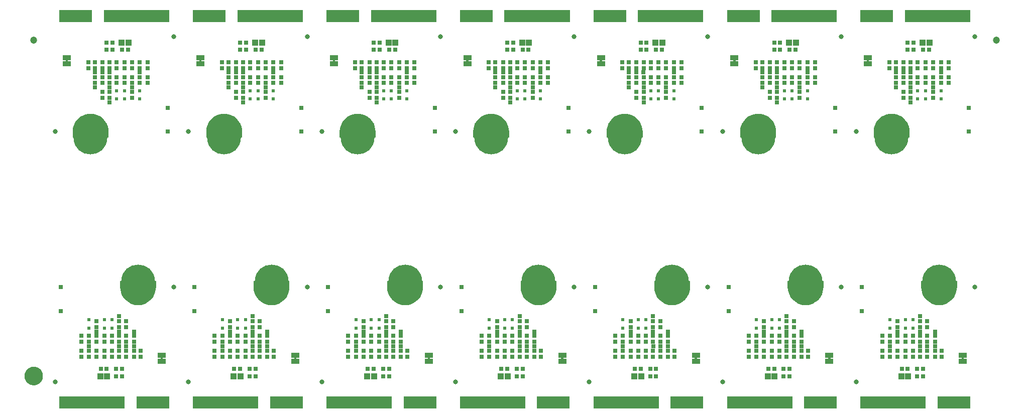
<source format=gbs>
G04 EAGLE Gerber RS-274X export*
G75*
%MOMM*%
%FSLAX34Y34*%
%LPD*%
%INSoldermask Bottom*%
%IPPOS*%
%AMOC8*
5,1,8,0,0,1.08239X$1,22.5*%
G01*
%ADD10R,0.711200X0.711200*%
%ADD11R,0.803200X0.803200*%
%ADD12R,0.603200X0.603200*%
%ADD13R,1.053200X1.103200*%
%ADD14R,1.473200X0.838200*%
%ADD15C,0.838200*%
%ADD16R,0.553200X2.153200*%
%ADD17R,0.453200X0.453200*%
%ADD18C,5.703200*%
%ADD19C,1.203200*%
%ADD20C,1.270000*%
%ADD21C,1.703200*%

G36*
X1504780Y188058D02*
X1504780Y188058D01*
X1504789Y188061D01*
X1504815Y188063D01*
X1508998Y188973D01*
X1509006Y188977D01*
X1509032Y188983D01*
X1513042Y190479D01*
X1513050Y190484D01*
X1513075Y190493D01*
X1516831Y192545D01*
X1516838Y192552D01*
X1516861Y192564D01*
X1520288Y195129D01*
X1520294Y195137D01*
X1520315Y195152D01*
X1523341Y198179D01*
X1523346Y198187D01*
X1523365Y198206D01*
X1525930Y201632D01*
X1525933Y201641D01*
X1525949Y201662D01*
X1528000Y205419D01*
X1528002Y205429D01*
X1528015Y205451D01*
X1529511Y209462D01*
X1529512Y209472D01*
X1529521Y209496D01*
X1530431Y213679D01*
X1530430Y213688D01*
X1530436Y213714D01*
X1530741Y217983D01*
X1530740Y217989D01*
X1530742Y218001D01*
X1530742Y228001D01*
X1530737Y228017D01*
X1530740Y228034D01*
X1530718Y228084D01*
X1530703Y228135D01*
X1530690Y228146D01*
X1530683Y228162D01*
X1530638Y228192D01*
X1530597Y228227D01*
X1530580Y228230D01*
X1530566Y228239D01*
X1530493Y228250D01*
X1517993Y228250D01*
X1517986Y228248D01*
X1517979Y228250D01*
X1517919Y228229D01*
X1517858Y228211D01*
X1517854Y228206D01*
X1517847Y228203D01*
X1517808Y228153D01*
X1517766Y228106D01*
X1517765Y228099D01*
X1517761Y228093D01*
X1517744Y228021D01*
X1517530Y225303D01*
X1516898Y222670D01*
X1515862Y220170D01*
X1514448Y217862D01*
X1512690Y215803D01*
X1510632Y214045D01*
X1508324Y212631D01*
X1505823Y211595D01*
X1503191Y210963D01*
X1500493Y210751D01*
X1497794Y210963D01*
X1495162Y211595D01*
X1492661Y212631D01*
X1490353Y214045D01*
X1488295Y215803D01*
X1488273Y215829D01*
X1488060Y216078D01*
X1487848Y216327D01*
X1487847Y216327D01*
X1487635Y216577D01*
X1487422Y216826D01*
X1487209Y217075D01*
X1486783Y217574D01*
X1486570Y217823D01*
X1486537Y217862D01*
X1485123Y220170D01*
X1484087Y222670D01*
X1483455Y225303D01*
X1483241Y228021D01*
X1483239Y228027D01*
X1483240Y228034D01*
X1483214Y228092D01*
X1483191Y228151D01*
X1483186Y228156D01*
X1483183Y228162D01*
X1483130Y228197D01*
X1483079Y228235D01*
X1483072Y228235D01*
X1483066Y228239D01*
X1482993Y228250D01*
X1470493Y228250D01*
X1470476Y228245D01*
X1470459Y228248D01*
X1470410Y228226D01*
X1470358Y228211D01*
X1470347Y228198D01*
X1470331Y228191D01*
X1470302Y228146D01*
X1470266Y228106D01*
X1470264Y228089D01*
X1470254Y228075D01*
X1470243Y228001D01*
X1470243Y218001D01*
X1470245Y217996D01*
X1470244Y217983D01*
X1470549Y213714D01*
X1470553Y213705D01*
X1470554Y213679D01*
X1471464Y209496D01*
X1471469Y209488D01*
X1471474Y209462D01*
X1472970Y205451D01*
X1472976Y205444D01*
X1472985Y205419D01*
X1475036Y201662D01*
X1475043Y201655D01*
X1475055Y201632D01*
X1477621Y198206D01*
X1477628Y198200D01*
X1477644Y198179D01*
X1480671Y195152D01*
X1480679Y195148D01*
X1480697Y195129D01*
X1484124Y192564D01*
X1484133Y192560D01*
X1484154Y192545D01*
X1487911Y190493D01*
X1487920Y190491D01*
X1487943Y190479D01*
X1491954Y188983D01*
X1491963Y188982D01*
X1491988Y188973D01*
X1496170Y188063D01*
X1496180Y188063D01*
X1496205Y188058D01*
X1500475Y187752D01*
X1500484Y187754D01*
X1500510Y187752D01*
X1504780Y188058D01*
G37*
G36*
X604451Y188058D02*
X604451Y188058D01*
X604461Y188061D01*
X604487Y188063D01*
X608669Y188973D01*
X608678Y188977D01*
X608703Y188983D01*
X612714Y190479D01*
X612721Y190484D01*
X612746Y190493D01*
X616503Y192545D01*
X616510Y192552D01*
X616533Y192564D01*
X619959Y195129D01*
X619965Y195137D01*
X619986Y195152D01*
X623013Y198179D01*
X623018Y198187D01*
X623036Y198206D01*
X625601Y201632D01*
X625605Y201641D01*
X625621Y201662D01*
X627672Y205419D01*
X627674Y205429D01*
X627687Y205451D01*
X629183Y209462D01*
X629183Y209472D01*
X629193Y209496D01*
X630102Y213679D01*
X630102Y213688D01*
X630107Y213714D01*
X630413Y217983D01*
X630412Y217989D01*
X630413Y218001D01*
X630413Y228001D01*
X630409Y228017D01*
X630411Y228034D01*
X630389Y228084D01*
X630374Y228135D01*
X630361Y228146D01*
X630354Y228162D01*
X630309Y228192D01*
X630269Y228227D01*
X630252Y228230D01*
X630238Y228239D01*
X630164Y228250D01*
X617664Y228250D01*
X617657Y228248D01*
X617650Y228250D01*
X617591Y228229D01*
X617530Y228211D01*
X617525Y228206D01*
X617518Y228203D01*
X617480Y228153D01*
X617438Y228106D01*
X617437Y228099D01*
X617433Y228093D01*
X617416Y228021D01*
X617202Y225303D01*
X616570Y222670D01*
X615534Y220170D01*
X614120Y217862D01*
X612362Y215803D01*
X610304Y214045D01*
X607996Y212631D01*
X605495Y211595D01*
X602863Y210963D01*
X600164Y210751D01*
X597466Y210963D01*
X594834Y211595D01*
X592333Y212631D01*
X590025Y214045D01*
X587967Y215803D01*
X587945Y215829D01*
X587732Y216078D01*
X587519Y216327D01*
X587306Y216577D01*
X587093Y216826D01*
X586881Y217075D01*
X586880Y217075D01*
X586455Y217574D01*
X586242Y217823D01*
X586209Y217862D01*
X584794Y220170D01*
X583759Y222670D01*
X583127Y225303D01*
X582913Y228021D01*
X582910Y228027D01*
X582911Y228034D01*
X582885Y228092D01*
X582863Y228151D01*
X582857Y228156D01*
X582854Y228162D01*
X582802Y228197D01*
X582751Y228235D01*
X582744Y228235D01*
X582738Y228239D01*
X582664Y228250D01*
X570164Y228250D01*
X570148Y228245D01*
X570131Y228248D01*
X570082Y228226D01*
X570030Y228211D01*
X570019Y228198D01*
X570003Y228191D01*
X569973Y228146D01*
X569938Y228106D01*
X569935Y228089D01*
X569926Y228075D01*
X569915Y228001D01*
X569915Y218001D01*
X569917Y217996D01*
X569916Y217983D01*
X570221Y213714D01*
X570224Y213705D01*
X570226Y213679D01*
X571136Y209496D01*
X571141Y209488D01*
X571146Y209462D01*
X572642Y205451D01*
X572647Y205444D01*
X572656Y205419D01*
X574708Y201662D01*
X574715Y201655D01*
X574727Y201632D01*
X577292Y198206D01*
X577300Y198200D01*
X577315Y198179D01*
X580342Y195152D01*
X580351Y195148D01*
X580369Y195129D01*
X583796Y192564D01*
X583805Y192560D01*
X583826Y192545D01*
X587582Y190493D01*
X587592Y190491D01*
X587615Y190479D01*
X591625Y188983D01*
X591635Y188982D01*
X591659Y188973D01*
X595842Y188063D01*
X595851Y188063D01*
X595877Y188058D01*
X600146Y187752D01*
X600156Y187754D01*
X600182Y187752D01*
X604451Y188058D01*
G37*
G36*
X1279685Y188058D02*
X1279685Y188058D01*
X1279694Y188061D01*
X1279720Y188063D01*
X1283903Y188973D01*
X1283911Y188977D01*
X1283937Y188983D01*
X1287947Y190479D01*
X1287955Y190484D01*
X1287980Y190493D01*
X1291737Y192545D01*
X1291743Y192552D01*
X1291766Y192564D01*
X1295193Y195129D01*
X1295199Y195137D01*
X1295220Y195152D01*
X1298247Y198179D01*
X1298251Y198187D01*
X1298270Y198206D01*
X1300835Y201632D01*
X1300838Y201641D01*
X1300854Y201662D01*
X1302906Y205419D01*
X1302908Y205429D01*
X1302920Y205451D01*
X1304416Y209462D01*
X1304417Y209472D01*
X1304426Y209496D01*
X1305336Y213679D01*
X1305335Y213688D01*
X1305341Y213714D01*
X1305646Y217983D01*
X1305645Y217989D01*
X1305647Y218001D01*
X1305647Y228001D01*
X1305642Y228017D01*
X1305645Y228034D01*
X1305623Y228084D01*
X1305608Y228135D01*
X1305595Y228146D01*
X1305588Y228162D01*
X1305543Y228192D01*
X1305503Y228227D01*
X1305486Y228230D01*
X1305471Y228239D01*
X1305398Y228250D01*
X1292898Y228250D01*
X1292891Y228248D01*
X1292884Y228250D01*
X1292825Y228229D01*
X1292764Y228211D01*
X1292759Y228206D01*
X1292752Y228203D01*
X1292713Y228153D01*
X1292672Y228106D01*
X1292671Y228099D01*
X1292666Y228093D01*
X1292649Y228021D01*
X1292435Y225303D01*
X1291804Y222670D01*
X1290768Y220170D01*
X1289353Y217862D01*
X1287595Y215803D01*
X1285537Y214045D01*
X1283229Y212631D01*
X1280728Y211595D01*
X1278096Y210963D01*
X1275398Y210751D01*
X1272699Y210963D01*
X1270067Y211595D01*
X1267566Y212631D01*
X1265259Y214045D01*
X1263200Y215803D01*
X1263179Y215829D01*
X1263178Y215829D01*
X1262966Y216078D01*
X1262753Y216327D01*
X1262540Y216577D01*
X1262327Y216826D01*
X1262114Y217075D01*
X1261688Y217574D01*
X1261475Y217823D01*
X1261442Y217862D01*
X1260028Y220170D01*
X1258992Y222670D01*
X1258360Y225303D01*
X1258146Y228021D01*
X1258144Y228027D01*
X1258145Y228034D01*
X1258119Y228092D01*
X1258097Y228151D01*
X1258091Y228156D01*
X1258088Y228162D01*
X1258035Y228197D01*
X1257985Y228235D01*
X1257977Y228235D01*
X1257971Y228239D01*
X1257898Y228250D01*
X1245398Y228250D01*
X1245381Y228245D01*
X1245364Y228248D01*
X1245315Y228226D01*
X1245264Y228211D01*
X1245252Y228198D01*
X1245237Y228191D01*
X1245207Y228146D01*
X1245172Y228106D01*
X1245169Y228089D01*
X1245160Y228075D01*
X1245149Y228001D01*
X1245149Y218001D01*
X1245150Y217996D01*
X1245149Y217983D01*
X1245455Y213714D01*
X1245458Y213705D01*
X1245460Y213679D01*
X1246369Y209496D01*
X1246374Y209488D01*
X1246380Y209462D01*
X1247875Y205451D01*
X1247881Y205444D01*
X1247890Y205419D01*
X1249941Y201662D01*
X1249948Y201655D01*
X1249961Y201632D01*
X1252526Y198206D01*
X1252534Y198200D01*
X1252549Y198179D01*
X1255576Y195152D01*
X1255584Y195148D01*
X1255603Y195129D01*
X1259029Y192564D01*
X1259038Y192560D01*
X1259059Y192545D01*
X1262816Y190493D01*
X1262825Y190491D01*
X1262848Y190479D01*
X1266859Y188983D01*
X1266868Y188982D01*
X1266893Y188973D01*
X1271075Y188063D01*
X1271085Y188063D01*
X1271111Y188058D01*
X1275380Y187752D01*
X1275390Y187754D01*
X1275416Y187752D01*
X1279685Y188058D01*
G37*
G36*
X1054616Y188058D02*
X1054616Y188058D01*
X1054625Y188061D01*
X1054651Y188063D01*
X1058833Y188973D01*
X1058842Y188977D01*
X1058867Y188983D01*
X1062878Y190479D01*
X1062886Y190484D01*
X1062910Y190493D01*
X1066667Y192545D01*
X1066674Y192552D01*
X1066697Y192564D01*
X1070124Y195129D01*
X1070129Y195137D01*
X1070150Y195152D01*
X1073177Y198179D01*
X1073182Y198187D01*
X1073200Y198206D01*
X1075766Y201632D01*
X1075769Y201641D01*
X1075785Y201662D01*
X1077836Y205419D01*
X1077838Y205429D01*
X1077851Y205451D01*
X1079347Y209462D01*
X1079347Y209472D01*
X1079357Y209496D01*
X1080267Y213679D01*
X1080266Y213688D01*
X1080272Y213714D01*
X1080577Y217983D01*
X1080576Y217989D01*
X1080578Y218001D01*
X1080578Y228001D01*
X1080573Y228017D01*
X1080575Y228034D01*
X1080554Y228084D01*
X1080538Y228135D01*
X1080526Y228146D01*
X1080519Y228162D01*
X1080474Y228192D01*
X1080433Y228227D01*
X1080416Y228230D01*
X1080402Y228239D01*
X1080328Y228250D01*
X1067828Y228250D01*
X1067821Y228248D01*
X1067814Y228250D01*
X1067755Y228229D01*
X1067694Y228211D01*
X1067689Y228206D01*
X1067683Y228203D01*
X1067644Y228153D01*
X1067602Y228106D01*
X1067601Y228099D01*
X1067597Y228093D01*
X1067580Y228021D01*
X1067366Y225303D01*
X1066734Y222670D01*
X1065698Y220170D01*
X1064284Y217862D01*
X1062526Y215803D01*
X1060468Y214045D01*
X1058160Y212631D01*
X1055659Y211595D01*
X1053027Y210963D01*
X1050328Y210751D01*
X1047630Y210963D01*
X1044998Y211595D01*
X1042497Y212631D01*
X1040189Y214045D01*
X1038131Y215803D01*
X1038109Y215829D01*
X1037896Y216078D01*
X1037683Y216327D01*
X1037470Y216577D01*
X1037258Y216826D01*
X1037045Y217075D01*
X1036619Y217574D01*
X1036406Y217823D01*
X1036373Y217862D01*
X1034959Y220170D01*
X1033923Y222670D01*
X1033291Y225303D01*
X1033077Y228021D01*
X1033074Y228027D01*
X1033075Y228034D01*
X1033050Y228092D01*
X1033027Y228151D01*
X1033022Y228156D01*
X1033019Y228162D01*
X1032966Y228197D01*
X1032915Y228235D01*
X1032908Y228235D01*
X1032902Y228239D01*
X1032828Y228250D01*
X1020328Y228250D01*
X1020312Y228245D01*
X1020295Y228248D01*
X1020246Y228226D01*
X1020194Y228211D01*
X1020183Y228198D01*
X1020167Y228191D01*
X1020138Y228146D01*
X1020102Y228106D01*
X1020100Y228089D01*
X1020090Y228075D01*
X1020079Y228001D01*
X1020079Y218001D01*
X1020081Y217996D01*
X1020080Y217983D01*
X1020385Y213714D01*
X1020389Y213705D01*
X1020390Y213679D01*
X1021300Y209496D01*
X1021305Y209488D01*
X1021310Y209462D01*
X1022806Y205451D01*
X1022812Y205444D01*
X1022821Y205419D01*
X1024872Y201662D01*
X1024879Y201655D01*
X1024891Y201632D01*
X1027456Y198206D01*
X1027464Y198200D01*
X1027480Y198179D01*
X1030506Y195152D01*
X1030515Y195148D01*
X1030533Y195129D01*
X1033960Y192564D01*
X1033969Y192560D01*
X1033990Y192545D01*
X1037747Y190493D01*
X1037756Y190491D01*
X1037779Y190479D01*
X1041789Y188983D01*
X1041799Y188982D01*
X1041823Y188973D01*
X1046006Y188063D01*
X1046016Y188063D01*
X1046041Y188058D01*
X1050311Y187752D01*
X1050320Y187754D01*
X1050346Y187752D01*
X1054616Y188058D01*
G37*
G36*
X379357Y188058D02*
X379357Y188058D01*
X379366Y188061D01*
X379392Y188063D01*
X383574Y188973D01*
X383583Y188977D01*
X383608Y188983D01*
X387619Y190479D01*
X387627Y190484D01*
X387651Y190493D01*
X391408Y192545D01*
X391415Y192552D01*
X391438Y192564D01*
X394865Y195129D01*
X394870Y195137D01*
X394891Y195152D01*
X397918Y198179D01*
X397923Y198187D01*
X397941Y198206D01*
X400507Y201632D01*
X400510Y201641D01*
X400526Y201662D01*
X402577Y205419D01*
X402579Y205429D01*
X402592Y205451D01*
X404088Y209462D01*
X404088Y209472D01*
X404098Y209496D01*
X405008Y213679D01*
X405007Y213688D01*
X405013Y213714D01*
X405318Y217983D01*
X405317Y217989D01*
X405319Y218001D01*
X405319Y228001D01*
X405314Y228017D01*
X405316Y228034D01*
X405295Y228084D01*
X405279Y228135D01*
X405267Y228146D01*
X405260Y228162D01*
X405215Y228192D01*
X405174Y228227D01*
X405157Y228230D01*
X405143Y228239D01*
X405069Y228250D01*
X392569Y228250D01*
X392562Y228248D01*
X392555Y228250D01*
X392496Y228229D01*
X392435Y228211D01*
X392430Y228206D01*
X392424Y228203D01*
X392385Y228153D01*
X392343Y228106D01*
X392342Y228099D01*
X392338Y228093D01*
X392321Y228021D01*
X392107Y225303D01*
X391475Y222670D01*
X390439Y220170D01*
X389025Y217862D01*
X387267Y215803D01*
X385209Y214045D01*
X382901Y212631D01*
X380400Y211595D01*
X377768Y210963D01*
X375069Y210751D01*
X372371Y210963D01*
X369739Y211595D01*
X367238Y212631D01*
X364930Y214045D01*
X362872Y215803D01*
X362850Y215829D01*
X362637Y216078D01*
X362424Y216327D01*
X362211Y216577D01*
X361999Y216826D01*
X361786Y217075D01*
X361360Y217574D01*
X361147Y217823D01*
X361114Y217862D01*
X359700Y220170D01*
X358664Y222670D01*
X358032Y225303D01*
X357818Y228021D01*
X357815Y228027D01*
X357816Y228034D01*
X357791Y228092D01*
X357768Y228151D01*
X357763Y228156D01*
X357760Y228162D01*
X357707Y228197D01*
X357656Y228235D01*
X357649Y228235D01*
X357643Y228239D01*
X357569Y228250D01*
X345069Y228250D01*
X345053Y228245D01*
X345036Y228248D01*
X344987Y228226D01*
X344935Y228211D01*
X344924Y228198D01*
X344908Y228191D01*
X344879Y228146D01*
X344843Y228106D01*
X344841Y228089D01*
X344831Y228075D01*
X344820Y228001D01*
X344820Y218001D01*
X344822Y217996D01*
X344821Y217983D01*
X345126Y213714D01*
X345130Y213705D01*
X345131Y213679D01*
X346041Y209496D01*
X346046Y209488D01*
X346051Y209462D01*
X347547Y205451D01*
X347553Y205444D01*
X347562Y205419D01*
X349613Y201662D01*
X349620Y201655D01*
X349632Y201632D01*
X352197Y198206D01*
X352205Y198200D01*
X352221Y198179D01*
X355247Y195152D01*
X355256Y195148D01*
X355274Y195129D01*
X358701Y192564D01*
X358710Y192560D01*
X358731Y192545D01*
X362488Y190493D01*
X362497Y190491D01*
X362520Y190479D01*
X366530Y188983D01*
X366540Y188982D01*
X366564Y188973D01*
X370747Y188063D01*
X370757Y188063D01*
X370782Y188058D01*
X375052Y187752D01*
X375061Y187754D01*
X375087Y187752D01*
X379357Y188058D01*
G37*
G36*
X829521Y188058D02*
X829521Y188058D01*
X829530Y188061D01*
X829556Y188063D01*
X833739Y188973D01*
X833747Y188977D01*
X833773Y188983D01*
X837783Y190479D01*
X837791Y190484D01*
X837816Y190493D01*
X841572Y192545D01*
X841579Y192552D01*
X841602Y192564D01*
X845029Y195129D01*
X845035Y195137D01*
X845056Y195152D01*
X848082Y198179D01*
X848087Y198187D01*
X848106Y198206D01*
X850671Y201632D01*
X850674Y201641D01*
X850690Y201662D01*
X852741Y205419D01*
X852743Y205429D01*
X852756Y205451D01*
X854252Y209462D01*
X854253Y209472D01*
X854262Y209496D01*
X855172Y213679D01*
X855171Y213688D01*
X855177Y213714D01*
X855482Y217983D01*
X855481Y217989D01*
X855483Y218001D01*
X855483Y228001D01*
X855478Y228017D01*
X855481Y228034D01*
X855459Y228084D01*
X855444Y228135D01*
X855431Y228146D01*
X855424Y228162D01*
X855379Y228192D01*
X855338Y228227D01*
X855321Y228230D01*
X855307Y228239D01*
X855234Y228250D01*
X842734Y228250D01*
X842727Y228248D01*
X842720Y228250D01*
X842660Y228229D01*
X842599Y228211D01*
X842595Y228206D01*
X842588Y228203D01*
X842549Y228153D01*
X842507Y228106D01*
X842506Y228099D01*
X842502Y228093D01*
X842485Y228021D01*
X842271Y225303D01*
X841639Y222670D01*
X840603Y220170D01*
X839189Y217862D01*
X837431Y215803D01*
X835373Y214045D01*
X833065Y212631D01*
X830564Y211595D01*
X827932Y210963D01*
X825234Y210751D01*
X822535Y210963D01*
X819903Y211595D01*
X817402Y212631D01*
X815094Y214045D01*
X813036Y215803D01*
X813014Y215829D01*
X812801Y216078D01*
X812589Y216327D01*
X812588Y216327D01*
X812376Y216577D01*
X812163Y216826D01*
X811950Y217075D01*
X811524Y217574D01*
X811311Y217823D01*
X811278Y217862D01*
X809864Y220170D01*
X808828Y222670D01*
X808196Y225303D01*
X807982Y228021D01*
X807980Y228027D01*
X807981Y228034D01*
X807955Y228092D01*
X807932Y228151D01*
X807927Y228156D01*
X807924Y228162D01*
X807871Y228197D01*
X807820Y228235D01*
X807813Y228235D01*
X807807Y228239D01*
X807734Y228250D01*
X795234Y228250D01*
X795217Y228245D01*
X795200Y228248D01*
X795151Y228226D01*
X795099Y228211D01*
X795088Y228198D01*
X795072Y228191D01*
X795043Y228146D01*
X795007Y228106D01*
X795005Y228089D01*
X794995Y228075D01*
X794984Y228001D01*
X794984Y218001D01*
X794986Y217996D01*
X794985Y217983D01*
X795290Y213714D01*
X795294Y213705D01*
X795295Y213679D01*
X796205Y209496D01*
X796210Y209488D01*
X796215Y209462D01*
X797711Y205451D01*
X797717Y205444D01*
X797726Y205419D01*
X799777Y201662D01*
X799784Y201655D01*
X799796Y201632D01*
X802362Y198206D01*
X802369Y198200D01*
X802385Y198179D01*
X805412Y195152D01*
X805420Y195148D01*
X805438Y195129D01*
X808865Y192564D01*
X808874Y192560D01*
X808895Y192545D01*
X812652Y190493D01*
X812661Y190491D01*
X812684Y190479D01*
X816695Y188983D01*
X816704Y188982D01*
X816729Y188973D01*
X820911Y188063D01*
X820921Y188063D01*
X820946Y188058D01*
X825216Y187752D01*
X825225Y187754D01*
X825251Y187752D01*
X829521Y188058D01*
G37*
G36*
X154287Y188058D02*
X154287Y188058D01*
X154296Y188061D01*
X154322Y188063D01*
X158505Y188973D01*
X158513Y188977D01*
X158539Y188983D01*
X162550Y190479D01*
X162557Y190484D01*
X162582Y190493D01*
X166339Y192545D01*
X166346Y192552D01*
X166369Y192564D01*
X169795Y195129D01*
X169801Y195137D01*
X169822Y195152D01*
X172849Y198179D01*
X172853Y198187D01*
X172872Y198206D01*
X175437Y201632D01*
X175441Y201641D01*
X175456Y201662D01*
X177508Y205419D01*
X177510Y205429D01*
X177523Y205451D01*
X179018Y209462D01*
X179019Y209472D01*
X179028Y209496D01*
X179938Y213679D01*
X179938Y213688D01*
X179943Y213714D01*
X180249Y217983D01*
X180247Y217989D01*
X180249Y218001D01*
X180249Y228001D01*
X180244Y228017D01*
X180247Y228034D01*
X180225Y228084D01*
X180210Y228135D01*
X180197Y228146D01*
X180190Y228162D01*
X180145Y228192D01*
X180105Y228227D01*
X180088Y228230D01*
X180074Y228239D01*
X180000Y228250D01*
X167500Y228250D01*
X167493Y228248D01*
X167486Y228250D01*
X167427Y228229D01*
X167366Y228211D01*
X167361Y228206D01*
X167354Y228203D01*
X167316Y228153D01*
X167274Y228106D01*
X167273Y228099D01*
X167268Y228093D01*
X167252Y228021D01*
X167038Y225303D01*
X166406Y222670D01*
X165370Y220170D01*
X163956Y217862D01*
X162198Y215803D01*
X160139Y214045D01*
X157831Y212631D01*
X155331Y211595D01*
X152698Y210963D01*
X150000Y210751D01*
X147302Y210963D01*
X144669Y211595D01*
X142169Y212631D01*
X139861Y214045D01*
X137802Y215803D01*
X137781Y215829D01*
X137568Y216078D01*
X137355Y216327D01*
X137142Y216577D01*
X136929Y216826D01*
X136716Y217075D01*
X136291Y217574D01*
X136290Y217574D01*
X136078Y217823D01*
X136044Y217862D01*
X134630Y220170D01*
X133594Y222670D01*
X132962Y225303D01*
X132748Y228021D01*
X132746Y228027D01*
X132747Y228034D01*
X132721Y228092D01*
X132699Y228151D01*
X132693Y228156D01*
X132690Y228162D01*
X132637Y228197D01*
X132587Y228235D01*
X132580Y228235D01*
X132574Y228239D01*
X132500Y228250D01*
X120000Y228250D01*
X119984Y228245D01*
X119967Y228248D01*
X119917Y228226D01*
X119866Y228211D01*
X119855Y228198D01*
X119839Y228191D01*
X119809Y228146D01*
X119774Y228106D01*
X119771Y228089D01*
X119762Y228075D01*
X119751Y228001D01*
X119751Y218001D01*
X119752Y217996D01*
X119751Y217983D01*
X120057Y213714D01*
X120060Y213705D01*
X120062Y213679D01*
X120972Y209496D01*
X120976Y209488D01*
X120982Y209462D01*
X122478Y205451D01*
X122483Y205444D01*
X122492Y205419D01*
X124544Y201662D01*
X124551Y201655D01*
X124563Y201632D01*
X127128Y198206D01*
X127136Y198200D01*
X127151Y198179D01*
X130178Y195152D01*
X130186Y195148D01*
X130205Y195129D01*
X133631Y192564D01*
X133640Y192560D01*
X133661Y192545D01*
X137418Y190493D01*
X137428Y190491D01*
X137450Y190479D01*
X141461Y188983D01*
X141471Y188982D01*
X141495Y188973D01*
X145678Y188063D01*
X145687Y188063D01*
X145713Y188058D01*
X149982Y187752D01*
X149992Y187754D01*
X150018Y187752D01*
X154287Y188058D01*
G37*
G36*
X952825Y470252D02*
X952825Y470252D01*
X952832Y470250D01*
X952891Y470271D01*
X952952Y470289D01*
X952957Y470294D01*
X952964Y470297D01*
X953002Y470347D01*
X953044Y470394D01*
X953045Y470401D01*
X953049Y470407D01*
X953066Y470479D01*
X953280Y473197D01*
X953912Y475830D01*
X954948Y478330D01*
X956362Y480638D01*
X958120Y482697D01*
X960179Y484455D01*
X962486Y485869D01*
X964987Y486905D01*
X967619Y487537D01*
X970318Y487749D01*
X973016Y487537D01*
X975648Y486905D01*
X978149Y485869D01*
X980457Y484455D01*
X982515Y482697D01*
X982640Y482551D01*
X982852Y482302D01*
X982853Y482302D01*
X983278Y481803D01*
X983491Y481554D01*
X983704Y481305D01*
X983917Y481056D01*
X984130Y480806D01*
X984273Y480638D01*
X985688Y478330D01*
X986724Y475830D01*
X987355Y473197D01*
X987569Y470479D01*
X987572Y470473D01*
X987571Y470466D01*
X987597Y470408D01*
X987619Y470349D01*
X987625Y470344D01*
X987628Y470338D01*
X987680Y470303D01*
X987731Y470265D01*
X987738Y470265D01*
X987744Y470261D01*
X987818Y470250D01*
X1000318Y470250D01*
X1000334Y470255D01*
X1000351Y470252D01*
X1000400Y470274D01*
X1000452Y470289D01*
X1000463Y470302D01*
X1000479Y470309D01*
X1000509Y470354D01*
X1000544Y470394D01*
X1000547Y470411D01*
X1000556Y470426D01*
X1000567Y470499D01*
X1000567Y480499D01*
X1000565Y480504D01*
X1000566Y480517D01*
X1000261Y484786D01*
X1000258Y484795D01*
X1000256Y484821D01*
X999346Y489004D01*
X999342Y489012D01*
X999336Y489038D01*
X997840Y493049D01*
X997835Y493056D01*
X997826Y493081D01*
X995774Y496838D01*
X995767Y496845D01*
X995755Y496868D01*
X993190Y500294D01*
X993182Y500300D01*
X993167Y500321D01*
X990140Y503348D01*
X990131Y503352D01*
X990113Y503371D01*
X986686Y505936D01*
X986677Y505940D01*
X986657Y505955D01*
X982900Y508007D01*
X982890Y508009D01*
X982867Y508022D01*
X978857Y509517D01*
X978847Y509518D01*
X978823Y509527D01*
X974640Y510437D01*
X974631Y510437D01*
X974605Y510442D01*
X970336Y510748D01*
X970326Y510746D01*
X970300Y510748D01*
X966031Y510442D01*
X966022Y510439D01*
X965995Y510437D01*
X961813Y509527D01*
X961804Y509523D01*
X961779Y509517D01*
X957768Y508022D01*
X957761Y508016D01*
X957736Y508007D01*
X953979Y505955D01*
X953972Y505949D01*
X953949Y505936D01*
X950523Y503371D01*
X950517Y503363D01*
X950496Y503348D01*
X947469Y500321D01*
X947464Y500313D01*
X947446Y500294D01*
X944881Y496868D01*
X944877Y496859D01*
X944861Y496838D01*
X942810Y493081D01*
X942808Y493071D01*
X942795Y493049D01*
X941300Y489038D01*
X941299Y489028D01*
X941289Y489004D01*
X940380Y484821D01*
X940380Y484812D01*
X940375Y484786D01*
X940069Y480517D01*
X940070Y480511D01*
X940069Y480499D01*
X940069Y470499D01*
X940073Y470483D01*
X940071Y470466D01*
X940093Y470416D01*
X940108Y470365D01*
X940121Y470354D01*
X940128Y470338D01*
X940173Y470308D01*
X940213Y470273D01*
X940230Y470270D01*
X940244Y470261D01*
X940318Y470250D01*
X952818Y470250D01*
X952825Y470252D01*
G37*
G36*
X277591Y470252D02*
X277591Y470252D01*
X277598Y470250D01*
X277657Y470271D01*
X277718Y470289D01*
X277723Y470294D01*
X277730Y470297D01*
X277769Y470347D01*
X277810Y470394D01*
X277811Y470401D01*
X277816Y470407D01*
X277833Y470479D01*
X278047Y473197D01*
X278679Y475830D01*
X279714Y478330D01*
X281129Y480638D01*
X282887Y482697D01*
X284945Y484455D01*
X287253Y485869D01*
X289754Y486905D01*
X292386Y487537D01*
X295084Y487749D01*
X297783Y487537D01*
X300415Y486905D01*
X302916Y485869D01*
X305224Y484455D01*
X307282Y482697D01*
X307406Y482551D01*
X307619Y482302D01*
X308045Y481803D01*
X308258Y481554D01*
X308470Y481305D01*
X308683Y481056D01*
X308896Y480806D01*
X309040Y480638D01*
X310454Y478330D01*
X311490Y475830D01*
X312122Y473197D01*
X312336Y470479D01*
X312338Y470473D01*
X312337Y470466D01*
X312363Y470408D01*
X312385Y470349D01*
X312391Y470344D01*
X312394Y470338D01*
X312447Y470303D01*
X312497Y470265D01*
X312505Y470265D01*
X312511Y470261D01*
X312584Y470250D01*
X325084Y470250D01*
X325101Y470255D01*
X325118Y470252D01*
X325167Y470274D01*
X325218Y470289D01*
X325230Y470302D01*
X325245Y470309D01*
X325275Y470354D01*
X325310Y470394D01*
X325313Y470411D01*
X325322Y470426D01*
X325333Y470499D01*
X325333Y480499D01*
X325332Y480504D01*
X325333Y480517D01*
X325027Y484786D01*
X325024Y484795D01*
X325022Y484821D01*
X324113Y489004D01*
X324108Y489012D01*
X324103Y489038D01*
X322607Y493049D01*
X322601Y493056D01*
X322592Y493081D01*
X320541Y496838D01*
X320534Y496845D01*
X320521Y496868D01*
X317956Y500294D01*
X317948Y500300D01*
X317933Y500321D01*
X314906Y503348D01*
X314898Y503352D01*
X314879Y503371D01*
X311453Y505936D01*
X311444Y505940D01*
X311423Y505955D01*
X307666Y508007D01*
X307657Y508009D01*
X307634Y508022D01*
X303623Y509517D01*
X303614Y509518D01*
X303589Y509527D01*
X299407Y510437D01*
X299397Y510437D01*
X299371Y510442D01*
X295102Y510748D01*
X295093Y510746D01*
X295066Y510748D01*
X290797Y510442D01*
X290788Y510439D01*
X290762Y510437D01*
X286579Y509527D01*
X286571Y509523D01*
X286545Y509517D01*
X282535Y508022D01*
X282527Y508016D01*
X282502Y508007D01*
X278746Y505955D01*
X278739Y505949D01*
X278716Y505936D01*
X275289Y503371D01*
X275283Y503363D01*
X275262Y503348D01*
X272235Y500321D01*
X272231Y500313D01*
X272212Y500294D01*
X269647Y496868D01*
X269644Y496859D01*
X269628Y496838D01*
X267576Y493081D01*
X267574Y493071D01*
X267562Y493049D01*
X266066Y489038D01*
X266065Y489028D01*
X266056Y489004D01*
X265146Y484821D01*
X265147Y484812D01*
X265141Y484786D01*
X264836Y480517D01*
X264837Y480511D01*
X264835Y480499D01*
X264835Y470499D01*
X264840Y470483D01*
X264837Y470466D01*
X264859Y470416D01*
X264874Y470365D01*
X264887Y470354D01*
X264894Y470338D01*
X264939Y470308D01*
X264979Y470273D01*
X264996Y470270D01*
X265011Y470261D01*
X265084Y470250D01*
X277584Y470250D01*
X277591Y470252D01*
G37*
G36*
X727755Y470252D02*
X727755Y470252D01*
X727762Y470250D01*
X727822Y470271D01*
X727883Y470289D01*
X727887Y470294D01*
X727894Y470297D01*
X727933Y470347D01*
X727975Y470394D01*
X727976Y470401D01*
X727980Y470407D01*
X727997Y470479D01*
X728211Y473197D01*
X728843Y475830D01*
X729879Y478330D01*
X731293Y480638D01*
X733051Y482697D01*
X735109Y484455D01*
X737417Y485869D01*
X739918Y486905D01*
X742550Y487537D01*
X745248Y487749D01*
X747947Y487537D01*
X750579Y486905D01*
X753080Y485869D01*
X755388Y484455D01*
X757446Y482697D01*
X757570Y482551D01*
X757783Y482302D01*
X758209Y481803D01*
X758422Y481554D01*
X758635Y481305D01*
X758847Y481056D01*
X758848Y481056D01*
X759060Y480806D01*
X759204Y480638D01*
X760618Y478330D01*
X761654Y475830D01*
X762286Y473197D01*
X762500Y470479D01*
X762503Y470473D01*
X762501Y470466D01*
X762527Y470408D01*
X762550Y470349D01*
X762555Y470344D01*
X762558Y470338D01*
X762611Y470303D01*
X762662Y470265D01*
X762669Y470265D01*
X762675Y470261D01*
X762748Y470250D01*
X775248Y470250D01*
X775265Y470255D01*
X775282Y470252D01*
X775331Y470274D01*
X775383Y470289D01*
X775394Y470302D01*
X775410Y470309D01*
X775439Y470354D01*
X775475Y470394D01*
X775477Y470411D01*
X775487Y470426D01*
X775498Y470499D01*
X775498Y480499D01*
X775496Y480504D01*
X775497Y480517D01*
X775192Y484786D01*
X775188Y484795D01*
X775187Y484821D01*
X774277Y489004D01*
X774272Y489012D01*
X774267Y489038D01*
X772771Y493049D01*
X772765Y493056D01*
X772756Y493081D01*
X770705Y496838D01*
X770698Y496845D01*
X770686Y496868D01*
X768120Y500294D01*
X768113Y500300D01*
X768097Y500321D01*
X765070Y503348D01*
X765062Y503352D01*
X765044Y503371D01*
X761617Y505936D01*
X761608Y505940D01*
X761587Y505955D01*
X757830Y508007D01*
X757821Y508009D01*
X757798Y508022D01*
X753787Y509517D01*
X753778Y509518D01*
X753753Y509527D01*
X749571Y510437D01*
X749561Y510437D01*
X749536Y510442D01*
X745266Y510748D01*
X745257Y510746D01*
X745231Y510748D01*
X740961Y510442D01*
X740952Y510439D01*
X740926Y510437D01*
X736743Y509527D01*
X736735Y509523D01*
X736709Y509517D01*
X732699Y508022D01*
X732691Y508016D01*
X732667Y508007D01*
X728910Y505955D01*
X728903Y505949D01*
X728880Y505936D01*
X725453Y503371D01*
X725447Y503363D01*
X725426Y503348D01*
X722400Y500321D01*
X722395Y500313D01*
X722376Y500294D01*
X719811Y496868D01*
X719808Y496859D01*
X719792Y496838D01*
X717741Y493081D01*
X717739Y493071D01*
X717726Y493049D01*
X716230Y489038D01*
X716229Y489028D01*
X716220Y489004D01*
X715310Y484821D01*
X715311Y484812D01*
X715305Y484786D01*
X715000Y480517D01*
X715001Y480511D01*
X714999Y480499D01*
X714999Y470499D01*
X715004Y470483D01*
X715001Y470466D01*
X715023Y470416D01*
X715038Y470365D01*
X715051Y470354D01*
X715058Y470338D01*
X715103Y470308D01*
X715144Y470273D01*
X715161Y470270D01*
X715175Y470261D01*
X715248Y470250D01*
X727748Y470250D01*
X727755Y470252D01*
G37*
G36*
X1177920Y470252D02*
X1177920Y470252D01*
X1177927Y470250D01*
X1177986Y470271D01*
X1178047Y470289D01*
X1178052Y470294D01*
X1178058Y470297D01*
X1178097Y470347D01*
X1178139Y470394D01*
X1178140Y470401D01*
X1178144Y470407D01*
X1178161Y470479D01*
X1178375Y473197D01*
X1179007Y475830D01*
X1180043Y478330D01*
X1181457Y480638D01*
X1183215Y482697D01*
X1185273Y484455D01*
X1187581Y485869D01*
X1190082Y486905D01*
X1192714Y487537D01*
X1195413Y487749D01*
X1198111Y487537D01*
X1200743Y486905D01*
X1203244Y485869D01*
X1205552Y484455D01*
X1207610Y482697D01*
X1207734Y482551D01*
X1207947Y482302D01*
X1208373Y481803D01*
X1208586Y481554D01*
X1208799Y481305D01*
X1209012Y481056D01*
X1209225Y480806D01*
X1209368Y480638D01*
X1210782Y478330D01*
X1211818Y475830D01*
X1212450Y473197D01*
X1212664Y470479D01*
X1212667Y470473D01*
X1212666Y470466D01*
X1212691Y470408D01*
X1212714Y470349D01*
X1212720Y470344D01*
X1212722Y470338D01*
X1212775Y470303D01*
X1212826Y470265D01*
X1212833Y470265D01*
X1212839Y470261D01*
X1212913Y470250D01*
X1225413Y470250D01*
X1225429Y470255D01*
X1225446Y470252D01*
X1225495Y470274D01*
X1225547Y470289D01*
X1225558Y470302D01*
X1225574Y470309D01*
X1225603Y470354D01*
X1225639Y470394D01*
X1225641Y470411D01*
X1225651Y470426D01*
X1225662Y470499D01*
X1225662Y480499D01*
X1225660Y480504D01*
X1225661Y480517D01*
X1225356Y484786D01*
X1225353Y484795D01*
X1225351Y484821D01*
X1224441Y489004D01*
X1224436Y489012D01*
X1224431Y489038D01*
X1222935Y493049D01*
X1222929Y493056D01*
X1222920Y493081D01*
X1220869Y496838D01*
X1220862Y496845D01*
X1220850Y496868D01*
X1218285Y500294D01*
X1218277Y500300D01*
X1218261Y500321D01*
X1215235Y503348D01*
X1215226Y503352D01*
X1215208Y503371D01*
X1211781Y505936D01*
X1211772Y505940D01*
X1211751Y505955D01*
X1207995Y508007D01*
X1207985Y508009D01*
X1207962Y508022D01*
X1203952Y509517D01*
X1203942Y509518D01*
X1203918Y509527D01*
X1199735Y510437D01*
X1199725Y510437D01*
X1199700Y510442D01*
X1195430Y510748D01*
X1195421Y510746D01*
X1195395Y510748D01*
X1191125Y510442D01*
X1191116Y510439D01*
X1191090Y510437D01*
X1186908Y509527D01*
X1186899Y509523D01*
X1186874Y509517D01*
X1182863Y508022D01*
X1182855Y508016D01*
X1182831Y508007D01*
X1179074Y505955D01*
X1179067Y505949D01*
X1179044Y505936D01*
X1175617Y503371D01*
X1175612Y503363D01*
X1175591Y503348D01*
X1172564Y500321D01*
X1172559Y500313D01*
X1172541Y500294D01*
X1169975Y496868D01*
X1169972Y496859D01*
X1169956Y496838D01*
X1167905Y493081D01*
X1167903Y493071D01*
X1167890Y493049D01*
X1166394Y489038D01*
X1166394Y489028D01*
X1166384Y489004D01*
X1165474Y484821D01*
X1165475Y484812D01*
X1165469Y484786D01*
X1165164Y480517D01*
X1165165Y480511D01*
X1165163Y480499D01*
X1165163Y470499D01*
X1165168Y470483D01*
X1165166Y470466D01*
X1165187Y470416D01*
X1165203Y470365D01*
X1165215Y470354D01*
X1165222Y470338D01*
X1165267Y470308D01*
X1165308Y470273D01*
X1165325Y470270D01*
X1165339Y470261D01*
X1165413Y470250D01*
X1177913Y470250D01*
X1177920Y470252D01*
G37*
G36*
X52496Y470252D02*
X52496Y470252D01*
X52503Y470250D01*
X52563Y470271D01*
X52624Y470289D01*
X52628Y470294D01*
X52635Y470297D01*
X52674Y470347D01*
X52716Y470394D01*
X52717Y470401D01*
X52721Y470407D01*
X52738Y470479D01*
X52952Y473197D01*
X53584Y475830D01*
X54620Y478330D01*
X56034Y480638D01*
X57792Y482697D01*
X59850Y484455D01*
X62158Y485869D01*
X64659Y486905D01*
X67291Y487537D01*
X69989Y487749D01*
X72688Y487537D01*
X75320Y486905D01*
X77821Y485869D01*
X80129Y484455D01*
X82187Y482697D01*
X82311Y482551D01*
X82524Y482302D01*
X82950Y481803D01*
X83163Y481554D01*
X83376Y481305D01*
X83588Y481056D01*
X83589Y481056D01*
X83801Y480806D01*
X83945Y480638D01*
X85359Y478330D01*
X86395Y475830D01*
X87027Y473197D01*
X87241Y470479D01*
X87244Y470473D01*
X87242Y470466D01*
X87268Y470408D01*
X87291Y470349D01*
X87296Y470344D01*
X87299Y470338D01*
X87352Y470303D01*
X87403Y470265D01*
X87410Y470265D01*
X87416Y470261D01*
X87489Y470250D01*
X99989Y470250D01*
X100006Y470255D01*
X100023Y470252D01*
X100072Y470274D01*
X100124Y470289D01*
X100135Y470302D01*
X100151Y470309D01*
X100180Y470354D01*
X100216Y470394D01*
X100218Y470411D01*
X100228Y470426D01*
X100239Y470499D01*
X100239Y480499D01*
X100237Y480504D01*
X100238Y480517D01*
X99933Y484786D01*
X99929Y484795D01*
X99928Y484821D01*
X99018Y489004D01*
X99013Y489012D01*
X99008Y489038D01*
X97512Y493049D01*
X97506Y493056D01*
X97497Y493081D01*
X95446Y496838D01*
X95439Y496845D01*
X95427Y496868D01*
X92861Y500294D01*
X92854Y500300D01*
X92838Y500321D01*
X89811Y503348D01*
X89803Y503352D01*
X89785Y503371D01*
X86358Y505936D01*
X86349Y505940D01*
X86328Y505955D01*
X82571Y508007D01*
X82562Y508009D01*
X82539Y508022D01*
X78528Y509517D01*
X78519Y509518D01*
X78494Y509527D01*
X74312Y510437D01*
X74302Y510437D01*
X74277Y510442D01*
X70007Y510748D01*
X69998Y510746D01*
X69972Y510748D01*
X65702Y510442D01*
X65693Y510439D01*
X65667Y510437D01*
X61484Y509527D01*
X61476Y509523D01*
X61450Y509517D01*
X57440Y508022D01*
X57432Y508016D01*
X57408Y508007D01*
X53651Y505955D01*
X53644Y505949D01*
X53621Y505936D01*
X50194Y503371D01*
X50188Y503363D01*
X50167Y503348D01*
X47141Y500321D01*
X47136Y500313D01*
X47117Y500294D01*
X44552Y496868D01*
X44549Y496859D01*
X44533Y496838D01*
X42482Y493081D01*
X42480Y493071D01*
X42467Y493049D01*
X40971Y489038D01*
X40970Y489028D01*
X40961Y489004D01*
X40051Y484821D01*
X40052Y484812D01*
X40046Y484786D01*
X39741Y480517D01*
X39742Y480511D01*
X39740Y480499D01*
X39740Y470499D01*
X39745Y470483D01*
X39742Y470466D01*
X39764Y470416D01*
X39779Y470365D01*
X39792Y470354D01*
X39799Y470338D01*
X39844Y470308D01*
X39885Y470273D01*
X39902Y470270D01*
X39916Y470261D01*
X39989Y470250D01*
X52489Y470250D01*
X52496Y470252D01*
G37*
G36*
X1402989Y470252D02*
X1402989Y470252D01*
X1402996Y470250D01*
X1403055Y470271D01*
X1403116Y470289D01*
X1403121Y470294D01*
X1403128Y470297D01*
X1403167Y470347D01*
X1403208Y470394D01*
X1403209Y470401D01*
X1403214Y470407D01*
X1403230Y470479D01*
X1403444Y473197D01*
X1404076Y475830D01*
X1405112Y478330D01*
X1406526Y480638D01*
X1408284Y482697D01*
X1410343Y484455D01*
X1412651Y485869D01*
X1415151Y486905D01*
X1417784Y487537D01*
X1420482Y487749D01*
X1423180Y487537D01*
X1425813Y486905D01*
X1428313Y485869D01*
X1430621Y484455D01*
X1432680Y482697D01*
X1432804Y482551D01*
X1433017Y482302D01*
X1433442Y481803D01*
X1433443Y481803D01*
X1433655Y481554D01*
X1433868Y481305D01*
X1434081Y481056D01*
X1434294Y480806D01*
X1434438Y480638D01*
X1435852Y478330D01*
X1436888Y475830D01*
X1437520Y473197D01*
X1437734Y470479D01*
X1437736Y470473D01*
X1437735Y470466D01*
X1437761Y470408D01*
X1437783Y470349D01*
X1437789Y470344D01*
X1437792Y470338D01*
X1437845Y470303D01*
X1437895Y470265D01*
X1437903Y470265D01*
X1437909Y470261D01*
X1437982Y470250D01*
X1450482Y470250D01*
X1450498Y470255D01*
X1450515Y470252D01*
X1450565Y470274D01*
X1450616Y470289D01*
X1450627Y470302D01*
X1450643Y470309D01*
X1450673Y470354D01*
X1450708Y470394D01*
X1450711Y470411D01*
X1450720Y470426D01*
X1450731Y470499D01*
X1450731Y480499D01*
X1450730Y480504D01*
X1450731Y480517D01*
X1450425Y484786D01*
X1450422Y484795D01*
X1450420Y484821D01*
X1449510Y489004D01*
X1449506Y489012D01*
X1449500Y489038D01*
X1448005Y493049D01*
X1447999Y493056D01*
X1447990Y493081D01*
X1445938Y496838D01*
X1445932Y496845D01*
X1445919Y496868D01*
X1443354Y500294D01*
X1443346Y500300D01*
X1443331Y500321D01*
X1440304Y503348D01*
X1440296Y503352D01*
X1440277Y503371D01*
X1436851Y505936D01*
X1436842Y505940D01*
X1436821Y505955D01*
X1433064Y508007D01*
X1433054Y508009D01*
X1433032Y508022D01*
X1429021Y509517D01*
X1429011Y509518D01*
X1428987Y509527D01*
X1424804Y510437D01*
X1424795Y510437D01*
X1424769Y510442D01*
X1420500Y510748D01*
X1420490Y510746D01*
X1420464Y510748D01*
X1416195Y510442D01*
X1416186Y510439D01*
X1416160Y510437D01*
X1411977Y509527D01*
X1411969Y509523D01*
X1411943Y509517D01*
X1407932Y508022D01*
X1407925Y508016D01*
X1407900Y508007D01*
X1404143Y505955D01*
X1404136Y505949D01*
X1404113Y505936D01*
X1400687Y503371D01*
X1400681Y503363D01*
X1400660Y503348D01*
X1397633Y500321D01*
X1397629Y500313D01*
X1397610Y500294D01*
X1395045Y496868D01*
X1395041Y496859D01*
X1395026Y496838D01*
X1392974Y493081D01*
X1392972Y493071D01*
X1392960Y493049D01*
X1391464Y489038D01*
X1391463Y489028D01*
X1391454Y489004D01*
X1390544Y484821D01*
X1390544Y484812D01*
X1390539Y484786D01*
X1390233Y480517D01*
X1390235Y480511D01*
X1390233Y480499D01*
X1390233Y470499D01*
X1390238Y470483D01*
X1390235Y470466D01*
X1390257Y470416D01*
X1390272Y470365D01*
X1390285Y470354D01*
X1390292Y470338D01*
X1390337Y470308D01*
X1390377Y470273D01*
X1390394Y470270D01*
X1390409Y470261D01*
X1390482Y470250D01*
X1402982Y470250D01*
X1402989Y470252D01*
G37*
G36*
X502661Y470252D02*
X502661Y470252D01*
X502668Y470250D01*
X502727Y470271D01*
X502788Y470289D01*
X502793Y470294D01*
X502799Y470297D01*
X502838Y470347D01*
X502880Y470394D01*
X502881Y470401D01*
X502885Y470407D01*
X502902Y470479D01*
X503116Y473197D01*
X503748Y475830D01*
X504784Y478330D01*
X506198Y480638D01*
X507956Y482697D01*
X510014Y484455D01*
X512322Y485869D01*
X514823Y486905D01*
X517455Y487537D01*
X520154Y487749D01*
X522852Y487537D01*
X525484Y486905D01*
X527985Y485869D01*
X530293Y484455D01*
X532351Y482697D01*
X532475Y482551D01*
X532688Y482302D01*
X533114Y481803D01*
X533327Y481554D01*
X533540Y481305D01*
X533753Y481056D01*
X533966Y480806D01*
X534109Y480638D01*
X535523Y478330D01*
X536559Y475830D01*
X537191Y473197D01*
X537405Y470479D01*
X537408Y470473D01*
X537407Y470466D01*
X537432Y470408D01*
X537455Y470349D01*
X537461Y470344D01*
X537463Y470338D01*
X537516Y470303D01*
X537567Y470265D01*
X537574Y470265D01*
X537580Y470261D01*
X537654Y470250D01*
X550154Y470250D01*
X550170Y470255D01*
X550187Y470252D01*
X550236Y470274D01*
X550288Y470289D01*
X550299Y470302D01*
X550315Y470309D01*
X550344Y470354D01*
X550380Y470394D01*
X550382Y470411D01*
X550392Y470426D01*
X550403Y470499D01*
X550403Y480499D01*
X550401Y480504D01*
X550402Y480517D01*
X550097Y484786D01*
X550094Y484795D01*
X550092Y484821D01*
X549182Y489004D01*
X549177Y489012D01*
X549172Y489038D01*
X547676Y493049D01*
X547670Y493056D01*
X547661Y493081D01*
X545610Y496838D01*
X545603Y496845D01*
X545591Y496868D01*
X543026Y500294D01*
X543018Y500300D01*
X543002Y500321D01*
X539976Y503348D01*
X539967Y503352D01*
X539949Y503371D01*
X536522Y505936D01*
X536513Y505940D01*
X536492Y505955D01*
X532736Y508007D01*
X532726Y508009D01*
X532703Y508022D01*
X528693Y509517D01*
X528683Y509518D01*
X528659Y509527D01*
X524476Y510437D01*
X524466Y510437D01*
X524441Y510442D01*
X520171Y510748D01*
X520162Y510746D01*
X520136Y510748D01*
X515866Y510442D01*
X515857Y510439D01*
X515831Y510437D01*
X511649Y509527D01*
X511640Y509523D01*
X511615Y509517D01*
X507604Y508022D01*
X507596Y508016D01*
X507572Y508007D01*
X503815Y505955D01*
X503808Y505949D01*
X503785Y505936D01*
X500358Y503371D01*
X500353Y503363D01*
X500332Y503348D01*
X497305Y500321D01*
X497300Y500313D01*
X497282Y500294D01*
X494716Y496868D01*
X494713Y496859D01*
X494697Y496838D01*
X492646Y493081D01*
X492644Y493071D01*
X492631Y493049D01*
X491135Y489038D01*
X491135Y489028D01*
X491125Y489004D01*
X490215Y484821D01*
X490216Y484812D01*
X490210Y484786D01*
X489905Y480517D01*
X489906Y480511D01*
X489904Y480499D01*
X489904Y470499D01*
X489909Y470483D01*
X489907Y470466D01*
X489928Y470416D01*
X489944Y470365D01*
X489956Y470354D01*
X489963Y470338D01*
X490008Y470308D01*
X490049Y470273D01*
X490066Y470270D01*
X490080Y470261D01*
X490154Y470250D01*
X502654Y470250D01*
X502661Y470252D01*
G37*
G36*
X1381817Y597971D02*
X1381817Y597971D01*
X1381883Y597973D01*
X1381926Y597991D01*
X1381973Y597999D01*
X1382030Y598033D01*
X1382090Y598058D01*
X1382125Y598089D01*
X1382166Y598114D01*
X1382208Y598165D01*
X1382256Y598209D01*
X1382278Y598251D01*
X1382307Y598288D01*
X1382328Y598350D01*
X1382359Y598409D01*
X1382367Y598463D01*
X1382379Y598500D01*
X1382378Y598540D01*
X1382386Y598594D01*
X1382386Y602404D01*
X1382375Y602469D01*
X1382373Y602535D01*
X1382355Y602578D01*
X1382347Y602625D01*
X1382313Y602682D01*
X1382288Y602742D01*
X1382257Y602777D01*
X1382232Y602818D01*
X1382181Y602860D01*
X1382137Y602908D01*
X1382095Y602930D01*
X1382058Y602959D01*
X1381996Y602980D01*
X1381937Y603011D01*
X1381883Y603019D01*
X1381846Y603031D01*
X1381806Y603030D01*
X1381752Y603038D01*
X1379212Y603038D01*
X1379147Y603027D01*
X1379081Y603025D01*
X1379038Y603007D01*
X1378991Y602999D01*
X1378934Y602965D01*
X1378874Y602940D01*
X1378839Y602909D01*
X1378798Y602884D01*
X1378757Y602833D01*
X1378708Y602789D01*
X1378686Y602747D01*
X1378657Y602710D01*
X1378636Y602648D01*
X1378605Y602589D01*
X1378597Y602535D01*
X1378585Y602498D01*
X1378585Y602494D01*
X1378585Y602493D01*
X1378586Y602458D01*
X1378578Y602404D01*
X1378578Y598594D01*
X1378589Y598529D01*
X1378591Y598463D01*
X1378609Y598420D01*
X1378617Y598373D01*
X1378651Y598316D01*
X1378676Y598256D01*
X1378707Y598221D01*
X1378732Y598180D01*
X1378783Y598139D01*
X1378827Y598090D01*
X1378869Y598068D01*
X1378906Y598039D01*
X1378968Y598018D01*
X1379027Y597987D01*
X1379081Y597979D01*
X1379118Y597967D01*
X1379158Y597968D01*
X1379212Y597960D01*
X1381752Y597960D01*
X1381817Y597971D01*
G37*
G36*
X256419Y597971D02*
X256419Y597971D01*
X256485Y597973D01*
X256528Y597991D01*
X256575Y597999D01*
X256632Y598033D01*
X256693Y598058D01*
X256728Y598089D01*
X256768Y598114D01*
X256810Y598165D01*
X256858Y598209D01*
X256880Y598251D01*
X256910Y598288D01*
X256931Y598350D01*
X256961Y598409D01*
X256969Y598463D01*
X256981Y598500D01*
X256980Y598540D01*
X256988Y598594D01*
X256988Y602404D01*
X256977Y602469D01*
X256975Y602535D01*
X256957Y602578D01*
X256949Y602625D01*
X256915Y602682D01*
X256891Y602742D01*
X256859Y602777D01*
X256835Y602818D01*
X256784Y602860D01*
X256739Y602908D01*
X256697Y602930D01*
X256660Y602959D01*
X256598Y602980D01*
X256540Y603011D01*
X256485Y603019D01*
X256448Y603031D01*
X256409Y603030D01*
X256354Y603038D01*
X253814Y603038D01*
X253749Y603027D01*
X253684Y603025D01*
X253640Y603007D01*
X253593Y602999D01*
X253537Y602965D01*
X253476Y602940D01*
X253441Y602909D01*
X253400Y602884D01*
X253359Y602833D01*
X253310Y602789D01*
X253289Y602747D01*
X253259Y602710D01*
X253238Y602648D01*
X253208Y602589D01*
X253200Y602535D01*
X253187Y602498D01*
X253187Y602494D01*
X253187Y602493D01*
X253188Y602458D01*
X253180Y602404D01*
X253180Y598594D01*
X253192Y598529D01*
X253194Y598463D01*
X253211Y598420D01*
X253220Y598373D01*
X253253Y598316D01*
X253278Y598256D01*
X253310Y598221D01*
X253334Y598180D01*
X253385Y598139D01*
X253429Y598090D01*
X253471Y598068D01*
X253508Y598039D01*
X253570Y598018D01*
X253629Y597987D01*
X253683Y597979D01*
X253720Y597967D01*
X253760Y597968D01*
X253814Y597960D01*
X256354Y597960D01*
X256419Y597971D01*
G37*
G36*
X931653Y597971D02*
X931653Y597971D01*
X931718Y597973D01*
X931762Y597991D01*
X931809Y597999D01*
X931865Y598033D01*
X931926Y598058D01*
X931961Y598089D01*
X932002Y598114D01*
X932043Y598165D01*
X932092Y598209D01*
X932113Y598251D01*
X932143Y598288D01*
X932164Y598350D01*
X932194Y598409D01*
X932203Y598463D01*
X932215Y598500D01*
X932214Y598540D01*
X932222Y598594D01*
X932222Y602404D01*
X932210Y602469D01*
X932208Y602535D01*
X932191Y602578D01*
X932182Y602625D01*
X932149Y602682D01*
X932124Y602742D01*
X932092Y602777D01*
X932068Y602818D01*
X932017Y602860D01*
X931973Y602908D01*
X931931Y602930D01*
X931894Y602959D01*
X931832Y602980D01*
X931773Y603011D01*
X931719Y603019D01*
X931682Y603031D01*
X931642Y603030D01*
X931588Y603038D01*
X929048Y603038D01*
X928983Y603027D01*
X928917Y603025D01*
X928874Y603007D01*
X928827Y602999D01*
X928770Y602965D01*
X928709Y602940D01*
X928675Y602909D01*
X928634Y602884D01*
X928592Y602833D01*
X928544Y602789D01*
X928522Y602747D01*
X928492Y602710D01*
X928471Y602648D01*
X928441Y602589D01*
X928433Y602535D01*
X928421Y602498D01*
X928421Y602494D01*
X928421Y602493D01*
X928422Y602458D01*
X928414Y602404D01*
X928414Y598594D01*
X928425Y598529D01*
X928427Y598463D01*
X928445Y598420D01*
X928453Y598373D01*
X928487Y598316D01*
X928511Y598256D01*
X928543Y598221D01*
X928567Y598180D01*
X928618Y598139D01*
X928663Y598090D01*
X928705Y598068D01*
X928742Y598039D01*
X928804Y598018D01*
X928862Y597987D01*
X928917Y597979D01*
X928954Y597967D01*
X928993Y597968D01*
X929048Y597960D01*
X931588Y597960D01*
X931653Y597971D01*
G37*
G36*
X31324Y597971D02*
X31324Y597971D01*
X31390Y597973D01*
X31434Y597991D01*
X31480Y597999D01*
X31537Y598033D01*
X31598Y598058D01*
X31633Y598089D01*
X31673Y598114D01*
X31715Y598165D01*
X31763Y598209D01*
X31785Y598251D01*
X31815Y598288D01*
X31836Y598350D01*
X31866Y598409D01*
X31874Y598463D01*
X31887Y598500D01*
X31886Y598540D01*
X31894Y598594D01*
X31894Y602404D01*
X31882Y602469D01*
X31880Y602535D01*
X31862Y602578D01*
X31854Y602625D01*
X31820Y602682D01*
X31796Y602742D01*
X31764Y602777D01*
X31740Y602818D01*
X31689Y602860D01*
X31644Y602908D01*
X31602Y602930D01*
X31566Y602959D01*
X31503Y602980D01*
X31445Y603011D01*
X31390Y603019D01*
X31353Y603031D01*
X31314Y603030D01*
X31259Y603038D01*
X28719Y603038D01*
X28655Y603027D01*
X28589Y603025D01*
X28545Y603007D01*
X28499Y602999D01*
X28442Y602965D01*
X28381Y602940D01*
X28346Y602909D01*
X28305Y602884D01*
X28264Y602833D01*
X28215Y602789D01*
X28194Y602747D01*
X28164Y602710D01*
X28143Y602648D01*
X28113Y602589D01*
X28105Y602535D01*
X28092Y602498D01*
X28092Y602494D01*
X28092Y602493D01*
X28093Y602458D01*
X28085Y602404D01*
X28085Y598594D01*
X28097Y598529D01*
X28099Y598463D01*
X28116Y598420D01*
X28125Y598373D01*
X28158Y598316D01*
X28183Y598256D01*
X28215Y598221D01*
X28239Y598180D01*
X28290Y598139D01*
X28334Y598090D01*
X28377Y598068D01*
X28413Y598039D01*
X28475Y598018D01*
X28534Y597987D01*
X28588Y597979D01*
X28626Y597967D01*
X28665Y597968D01*
X28719Y597960D01*
X31259Y597960D01*
X31324Y597971D01*
G37*
G36*
X1156747Y597971D02*
X1156747Y597971D01*
X1156813Y597973D01*
X1156857Y597991D01*
X1156903Y597999D01*
X1156960Y598033D01*
X1157021Y598058D01*
X1157056Y598089D01*
X1157097Y598114D01*
X1157138Y598165D01*
X1157187Y598209D01*
X1157208Y598251D01*
X1157238Y598288D01*
X1157259Y598350D01*
X1157289Y598409D01*
X1157297Y598463D01*
X1157310Y598500D01*
X1157309Y598540D01*
X1157317Y598594D01*
X1157317Y602404D01*
X1157305Y602469D01*
X1157303Y602535D01*
X1157286Y602578D01*
X1157277Y602625D01*
X1157244Y602682D01*
X1157219Y602742D01*
X1157187Y602777D01*
X1157163Y602818D01*
X1157112Y602860D01*
X1157068Y602908D01*
X1157026Y602930D01*
X1156989Y602959D01*
X1156927Y602980D01*
X1156868Y603011D01*
X1156814Y603019D01*
X1156776Y603031D01*
X1156737Y603030D01*
X1156683Y603038D01*
X1154143Y603038D01*
X1154078Y603027D01*
X1154012Y603025D01*
X1153968Y603007D01*
X1153922Y602999D01*
X1153865Y602965D01*
X1153804Y602940D01*
X1153769Y602909D01*
X1153729Y602884D01*
X1153687Y602833D01*
X1153639Y602789D01*
X1153617Y602747D01*
X1153587Y602710D01*
X1153566Y602648D01*
X1153536Y602589D01*
X1153528Y602535D01*
X1153515Y602498D01*
X1153515Y602494D01*
X1153515Y602493D01*
X1153516Y602458D01*
X1153508Y602404D01*
X1153508Y598594D01*
X1153520Y598529D01*
X1153522Y598463D01*
X1153540Y598420D01*
X1153548Y598373D01*
X1153582Y598316D01*
X1153606Y598256D01*
X1153638Y598221D01*
X1153662Y598180D01*
X1153713Y598139D01*
X1153758Y598090D01*
X1153800Y598068D01*
X1153836Y598039D01*
X1153899Y598018D01*
X1153957Y597987D01*
X1154012Y597979D01*
X1154049Y597967D01*
X1154088Y597968D01*
X1154143Y597960D01*
X1156683Y597960D01*
X1156747Y597971D01*
G37*
G36*
X481488Y597971D02*
X481488Y597971D01*
X481554Y597973D01*
X481598Y597991D01*
X481644Y597999D01*
X481701Y598033D01*
X481762Y598058D01*
X481797Y598089D01*
X481838Y598114D01*
X481879Y598165D01*
X481928Y598209D01*
X481949Y598251D01*
X481979Y598288D01*
X482000Y598350D01*
X482030Y598409D01*
X482038Y598463D01*
X482051Y598500D01*
X482050Y598540D01*
X482058Y598594D01*
X482058Y602404D01*
X482046Y602469D01*
X482044Y602535D01*
X482027Y602578D01*
X482018Y602625D01*
X481985Y602682D01*
X481960Y602742D01*
X481928Y602777D01*
X481904Y602818D01*
X481853Y602860D01*
X481809Y602908D01*
X481767Y602930D01*
X481730Y602959D01*
X481668Y602980D01*
X481609Y603011D01*
X481555Y603019D01*
X481517Y603031D01*
X481478Y603030D01*
X481424Y603038D01*
X478884Y603038D01*
X478819Y603027D01*
X478753Y603025D01*
X478709Y603007D01*
X478663Y602999D01*
X478606Y602965D01*
X478545Y602940D01*
X478510Y602909D01*
X478470Y602884D01*
X478428Y602833D01*
X478380Y602789D01*
X478358Y602747D01*
X478328Y602710D01*
X478307Y602648D01*
X478277Y602589D01*
X478269Y602535D01*
X478256Y602498D01*
X478256Y602494D01*
X478256Y602493D01*
X478257Y602458D01*
X478249Y602404D01*
X478249Y598594D01*
X478261Y598529D01*
X478263Y598463D01*
X478281Y598420D01*
X478289Y598373D01*
X478323Y598316D01*
X478347Y598256D01*
X478379Y598221D01*
X478403Y598180D01*
X478454Y598139D01*
X478499Y598090D01*
X478541Y598068D01*
X478577Y598039D01*
X478640Y598018D01*
X478698Y597987D01*
X478753Y597979D01*
X478790Y597967D01*
X478829Y597968D01*
X478884Y597960D01*
X481424Y597960D01*
X481488Y597971D01*
G37*
G36*
X706583Y597971D02*
X706583Y597971D01*
X706649Y597973D01*
X706693Y597991D01*
X706739Y597999D01*
X706796Y598033D01*
X706857Y598058D01*
X706892Y598089D01*
X706932Y598114D01*
X706974Y598165D01*
X707022Y598209D01*
X707044Y598251D01*
X707074Y598288D01*
X707095Y598350D01*
X707125Y598409D01*
X707133Y598463D01*
X707146Y598500D01*
X707145Y598540D01*
X707153Y598594D01*
X707153Y602404D01*
X707141Y602469D01*
X707139Y602535D01*
X707121Y602578D01*
X707113Y602625D01*
X707079Y602682D01*
X707055Y602742D01*
X707023Y602777D01*
X706999Y602818D01*
X706948Y602860D01*
X706903Y602908D01*
X706861Y602930D01*
X706825Y602959D01*
X706762Y602980D01*
X706704Y603011D01*
X706649Y603019D01*
X706612Y603031D01*
X706573Y603030D01*
X706518Y603038D01*
X703978Y603038D01*
X703914Y603027D01*
X703848Y603025D01*
X703804Y603007D01*
X703758Y602999D01*
X703701Y602965D01*
X703640Y602940D01*
X703605Y602909D01*
X703564Y602884D01*
X703523Y602833D01*
X703474Y602789D01*
X703453Y602747D01*
X703423Y602710D01*
X703402Y602648D01*
X703372Y602589D01*
X703364Y602535D01*
X703351Y602498D01*
X703351Y602494D01*
X703351Y602493D01*
X703352Y602458D01*
X703344Y602404D01*
X703344Y598594D01*
X703356Y598529D01*
X703358Y598463D01*
X703375Y598420D01*
X703384Y598373D01*
X703417Y598316D01*
X703442Y598256D01*
X703474Y598221D01*
X703498Y598180D01*
X703549Y598139D01*
X703593Y598090D01*
X703636Y598068D01*
X703672Y598039D01*
X703734Y598018D01*
X703793Y597987D01*
X703847Y597979D01*
X703885Y597967D01*
X703924Y597968D01*
X703978Y597960D01*
X706518Y597960D01*
X706583Y597971D01*
G37*
G36*
X641499Y95473D02*
X641499Y95473D01*
X641565Y95475D01*
X641608Y95493D01*
X641655Y95501D01*
X641712Y95535D01*
X641773Y95560D01*
X641808Y95591D01*
X641848Y95616D01*
X641890Y95667D01*
X641938Y95711D01*
X641960Y95753D01*
X641990Y95790D01*
X642011Y95852D01*
X642041Y95911D01*
X642049Y95965D01*
X642061Y96002D01*
X642060Y96042D01*
X642068Y96096D01*
X642068Y99906D01*
X642057Y99971D01*
X642055Y100037D01*
X642037Y100080D01*
X642029Y100127D01*
X641995Y100184D01*
X641971Y100244D01*
X641939Y100279D01*
X641915Y100320D01*
X641864Y100362D01*
X641819Y100410D01*
X641777Y100432D01*
X641740Y100461D01*
X641678Y100482D01*
X641620Y100513D01*
X641565Y100521D01*
X641528Y100533D01*
X641489Y100532D01*
X641434Y100540D01*
X638894Y100540D01*
X638829Y100529D01*
X638764Y100527D01*
X638720Y100509D01*
X638673Y100501D01*
X638617Y100467D01*
X638556Y100442D01*
X638521Y100411D01*
X638480Y100386D01*
X638439Y100335D01*
X638390Y100291D01*
X638369Y100249D01*
X638339Y100212D01*
X638318Y100150D01*
X638288Y100091D01*
X638280Y100037D01*
X638267Y100000D01*
X638267Y99996D01*
X638267Y99995D01*
X638268Y99960D01*
X638260Y99906D01*
X638260Y96096D01*
X638272Y96031D01*
X638274Y95965D01*
X638291Y95922D01*
X638300Y95875D01*
X638333Y95818D01*
X638358Y95758D01*
X638390Y95723D01*
X638414Y95682D01*
X638465Y95641D01*
X638509Y95592D01*
X638551Y95570D01*
X638588Y95541D01*
X638650Y95520D01*
X638709Y95489D01*
X638763Y95481D01*
X638800Y95469D01*
X638840Y95470D01*
X638894Y95462D01*
X641434Y95462D01*
X641499Y95473D01*
G37*
G36*
X1541827Y95473D02*
X1541827Y95473D01*
X1541893Y95475D01*
X1541937Y95493D01*
X1541983Y95501D01*
X1542040Y95535D01*
X1542101Y95560D01*
X1542136Y95591D01*
X1542177Y95616D01*
X1542218Y95667D01*
X1542267Y95711D01*
X1542288Y95753D01*
X1542318Y95790D01*
X1542339Y95852D01*
X1542369Y95911D01*
X1542377Y95965D01*
X1542390Y96002D01*
X1542389Y96042D01*
X1542397Y96096D01*
X1542397Y99906D01*
X1542385Y99971D01*
X1542383Y100037D01*
X1542366Y100080D01*
X1542357Y100127D01*
X1542324Y100184D01*
X1542299Y100244D01*
X1542267Y100279D01*
X1542243Y100320D01*
X1542192Y100362D01*
X1542148Y100410D01*
X1542106Y100432D01*
X1542069Y100461D01*
X1542007Y100482D01*
X1541948Y100513D01*
X1541894Y100521D01*
X1541856Y100533D01*
X1541817Y100532D01*
X1541763Y100540D01*
X1539223Y100540D01*
X1539158Y100529D01*
X1539092Y100527D01*
X1539048Y100509D01*
X1539002Y100501D01*
X1538945Y100467D01*
X1538884Y100442D01*
X1538849Y100411D01*
X1538809Y100386D01*
X1538767Y100335D01*
X1538719Y100291D01*
X1538697Y100249D01*
X1538667Y100212D01*
X1538646Y100150D01*
X1538616Y100091D01*
X1538608Y100037D01*
X1538595Y100000D01*
X1538595Y99996D01*
X1538595Y99995D01*
X1538596Y99960D01*
X1538588Y99906D01*
X1538588Y96096D01*
X1538600Y96031D01*
X1538602Y95965D01*
X1538620Y95922D01*
X1538628Y95875D01*
X1538662Y95818D01*
X1538686Y95758D01*
X1538718Y95723D01*
X1538742Y95682D01*
X1538793Y95641D01*
X1538838Y95592D01*
X1538880Y95570D01*
X1538916Y95541D01*
X1538979Y95520D01*
X1539037Y95489D01*
X1539092Y95481D01*
X1539129Y95469D01*
X1539168Y95470D01*
X1539223Y95462D01*
X1541763Y95462D01*
X1541827Y95473D01*
G37*
G36*
X191335Y95473D02*
X191335Y95473D01*
X191401Y95475D01*
X191444Y95493D01*
X191491Y95501D01*
X191548Y95535D01*
X191608Y95560D01*
X191643Y95591D01*
X191684Y95616D01*
X191726Y95667D01*
X191774Y95711D01*
X191796Y95753D01*
X191825Y95790D01*
X191846Y95852D01*
X191877Y95911D01*
X191885Y95965D01*
X191897Y96002D01*
X191896Y96042D01*
X191904Y96096D01*
X191904Y99906D01*
X191893Y99971D01*
X191891Y100037D01*
X191873Y100080D01*
X191865Y100127D01*
X191831Y100184D01*
X191806Y100244D01*
X191775Y100279D01*
X191750Y100320D01*
X191699Y100362D01*
X191655Y100410D01*
X191613Y100432D01*
X191576Y100461D01*
X191514Y100482D01*
X191455Y100513D01*
X191401Y100521D01*
X191364Y100533D01*
X191324Y100532D01*
X191270Y100540D01*
X188730Y100540D01*
X188665Y100529D01*
X188599Y100527D01*
X188556Y100509D01*
X188509Y100501D01*
X188452Y100467D01*
X188392Y100442D01*
X188357Y100411D01*
X188316Y100386D01*
X188275Y100335D01*
X188226Y100291D01*
X188204Y100249D01*
X188175Y100212D01*
X188154Y100150D01*
X188123Y100091D01*
X188115Y100037D01*
X188103Y100000D01*
X188103Y99996D01*
X188103Y99995D01*
X188104Y99960D01*
X188096Y99906D01*
X188096Y96096D01*
X188107Y96031D01*
X188109Y95965D01*
X188127Y95922D01*
X188135Y95875D01*
X188169Y95818D01*
X188194Y95758D01*
X188225Y95723D01*
X188250Y95682D01*
X188301Y95641D01*
X188345Y95592D01*
X188387Y95570D01*
X188424Y95541D01*
X188486Y95520D01*
X188545Y95489D01*
X188599Y95481D01*
X188636Y95469D01*
X188676Y95470D01*
X188730Y95462D01*
X191270Y95462D01*
X191335Y95473D01*
G37*
G36*
X866568Y95473D02*
X866568Y95473D01*
X866634Y95475D01*
X866678Y95493D01*
X866724Y95501D01*
X866781Y95535D01*
X866842Y95560D01*
X866877Y95591D01*
X866918Y95616D01*
X866959Y95667D01*
X867008Y95711D01*
X867029Y95753D01*
X867059Y95790D01*
X867080Y95852D01*
X867110Y95911D01*
X867118Y95965D01*
X867131Y96002D01*
X867130Y96042D01*
X867138Y96096D01*
X867138Y99906D01*
X867126Y99971D01*
X867124Y100037D01*
X867107Y100080D01*
X867098Y100127D01*
X867065Y100184D01*
X867040Y100244D01*
X867008Y100279D01*
X866984Y100320D01*
X866933Y100362D01*
X866889Y100410D01*
X866847Y100432D01*
X866810Y100461D01*
X866748Y100482D01*
X866689Y100513D01*
X866635Y100521D01*
X866597Y100533D01*
X866558Y100532D01*
X866504Y100540D01*
X863964Y100540D01*
X863899Y100529D01*
X863833Y100527D01*
X863789Y100509D01*
X863743Y100501D01*
X863686Y100467D01*
X863625Y100442D01*
X863590Y100411D01*
X863550Y100386D01*
X863508Y100335D01*
X863460Y100291D01*
X863438Y100249D01*
X863408Y100212D01*
X863387Y100150D01*
X863357Y100091D01*
X863349Y100037D01*
X863336Y100000D01*
X863336Y99996D01*
X863336Y99995D01*
X863337Y99960D01*
X863329Y99906D01*
X863329Y96096D01*
X863341Y96031D01*
X863343Y95965D01*
X863361Y95922D01*
X863369Y95875D01*
X863403Y95818D01*
X863427Y95758D01*
X863459Y95723D01*
X863483Y95682D01*
X863534Y95641D01*
X863579Y95592D01*
X863621Y95570D01*
X863657Y95541D01*
X863720Y95520D01*
X863778Y95489D01*
X863833Y95481D01*
X863870Y95469D01*
X863909Y95470D01*
X863964Y95462D01*
X866504Y95462D01*
X866568Y95473D01*
G37*
G36*
X1091663Y95473D02*
X1091663Y95473D01*
X1091729Y95475D01*
X1091773Y95493D01*
X1091819Y95501D01*
X1091876Y95535D01*
X1091937Y95560D01*
X1091972Y95591D01*
X1092012Y95616D01*
X1092054Y95667D01*
X1092102Y95711D01*
X1092124Y95753D01*
X1092154Y95790D01*
X1092175Y95852D01*
X1092205Y95911D01*
X1092213Y95965D01*
X1092226Y96002D01*
X1092225Y96042D01*
X1092233Y96096D01*
X1092233Y99906D01*
X1092221Y99971D01*
X1092219Y100037D01*
X1092201Y100080D01*
X1092193Y100127D01*
X1092159Y100184D01*
X1092135Y100244D01*
X1092103Y100279D01*
X1092079Y100320D01*
X1092028Y100362D01*
X1091983Y100410D01*
X1091941Y100432D01*
X1091905Y100461D01*
X1091842Y100482D01*
X1091784Y100513D01*
X1091729Y100521D01*
X1091692Y100533D01*
X1091653Y100532D01*
X1091598Y100540D01*
X1089058Y100540D01*
X1088994Y100529D01*
X1088928Y100527D01*
X1088884Y100509D01*
X1088838Y100501D01*
X1088781Y100467D01*
X1088720Y100442D01*
X1088685Y100411D01*
X1088644Y100386D01*
X1088603Y100335D01*
X1088554Y100291D01*
X1088533Y100249D01*
X1088503Y100212D01*
X1088482Y100150D01*
X1088452Y100091D01*
X1088444Y100037D01*
X1088431Y100000D01*
X1088431Y99996D01*
X1088431Y99995D01*
X1088432Y99960D01*
X1088424Y99906D01*
X1088424Y96096D01*
X1088436Y96031D01*
X1088438Y95965D01*
X1088455Y95922D01*
X1088464Y95875D01*
X1088497Y95818D01*
X1088522Y95758D01*
X1088554Y95723D01*
X1088578Y95682D01*
X1088629Y95641D01*
X1088673Y95592D01*
X1088716Y95570D01*
X1088752Y95541D01*
X1088814Y95520D01*
X1088873Y95489D01*
X1088927Y95481D01*
X1088965Y95469D01*
X1089004Y95470D01*
X1089058Y95462D01*
X1091598Y95462D01*
X1091663Y95473D01*
G37*
G36*
X416404Y95473D02*
X416404Y95473D01*
X416470Y95475D01*
X416514Y95493D01*
X416560Y95501D01*
X416617Y95535D01*
X416678Y95560D01*
X416713Y95591D01*
X416753Y95616D01*
X416795Y95667D01*
X416843Y95711D01*
X416865Y95753D01*
X416895Y95790D01*
X416916Y95852D01*
X416946Y95911D01*
X416954Y95965D01*
X416967Y96002D01*
X416966Y96042D01*
X416974Y96096D01*
X416974Y99906D01*
X416962Y99971D01*
X416960Y100037D01*
X416942Y100080D01*
X416934Y100127D01*
X416900Y100184D01*
X416876Y100244D01*
X416844Y100279D01*
X416820Y100320D01*
X416769Y100362D01*
X416724Y100410D01*
X416682Y100432D01*
X416646Y100461D01*
X416583Y100482D01*
X416525Y100513D01*
X416470Y100521D01*
X416433Y100533D01*
X416394Y100532D01*
X416339Y100540D01*
X413799Y100540D01*
X413735Y100529D01*
X413669Y100527D01*
X413625Y100509D01*
X413579Y100501D01*
X413522Y100467D01*
X413461Y100442D01*
X413426Y100411D01*
X413385Y100386D01*
X413344Y100335D01*
X413295Y100291D01*
X413274Y100249D01*
X413244Y100212D01*
X413223Y100150D01*
X413193Y100091D01*
X413185Y100037D01*
X413172Y100000D01*
X413172Y99996D01*
X413172Y99995D01*
X413173Y99960D01*
X413165Y99906D01*
X413165Y96096D01*
X413177Y96031D01*
X413179Y95965D01*
X413196Y95922D01*
X413205Y95875D01*
X413238Y95818D01*
X413263Y95758D01*
X413295Y95723D01*
X413319Y95682D01*
X413370Y95641D01*
X413414Y95592D01*
X413457Y95570D01*
X413493Y95541D01*
X413555Y95520D01*
X413614Y95489D01*
X413668Y95481D01*
X413706Y95469D01*
X413745Y95470D01*
X413799Y95462D01*
X416339Y95462D01*
X416404Y95473D01*
G37*
G36*
X1316733Y95473D02*
X1316733Y95473D01*
X1316798Y95475D01*
X1316842Y95493D01*
X1316889Y95501D01*
X1316945Y95535D01*
X1317006Y95560D01*
X1317041Y95591D01*
X1317082Y95616D01*
X1317123Y95667D01*
X1317172Y95711D01*
X1317193Y95753D01*
X1317223Y95790D01*
X1317244Y95852D01*
X1317274Y95911D01*
X1317283Y95965D01*
X1317295Y96002D01*
X1317294Y96042D01*
X1317302Y96096D01*
X1317302Y99906D01*
X1317290Y99971D01*
X1317288Y100037D01*
X1317271Y100080D01*
X1317262Y100127D01*
X1317229Y100184D01*
X1317204Y100244D01*
X1317172Y100279D01*
X1317148Y100320D01*
X1317097Y100362D01*
X1317053Y100410D01*
X1317011Y100432D01*
X1316974Y100461D01*
X1316912Y100482D01*
X1316853Y100513D01*
X1316799Y100521D01*
X1316762Y100533D01*
X1316722Y100532D01*
X1316668Y100540D01*
X1314128Y100540D01*
X1314063Y100529D01*
X1313997Y100527D01*
X1313954Y100509D01*
X1313907Y100501D01*
X1313850Y100467D01*
X1313789Y100442D01*
X1313755Y100411D01*
X1313714Y100386D01*
X1313672Y100335D01*
X1313624Y100291D01*
X1313602Y100249D01*
X1313572Y100212D01*
X1313551Y100150D01*
X1313521Y100091D01*
X1313513Y100037D01*
X1313501Y100000D01*
X1313501Y99996D01*
X1313501Y99995D01*
X1313502Y99960D01*
X1313494Y99906D01*
X1313494Y96096D01*
X1313505Y96031D01*
X1313507Y95965D01*
X1313525Y95922D01*
X1313533Y95875D01*
X1313567Y95818D01*
X1313591Y95758D01*
X1313623Y95723D01*
X1313647Y95682D01*
X1313698Y95641D01*
X1313743Y95592D01*
X1313785Y95570D01*
X1313822Y95541D01*
X1313884Y95520D01*
X1313942Y95489D01*
X1313997Y95481D01*
X1314034Y95469D01*
X1314073Y95470D01*
X1314128Y95462D01*
X1316668Y95462D01*
X1316733Y95473D01*
G37*
D10*
X118000Y169001D03*
D11*
X93000Y136001D03*
X93000Y126001D03*
X80000Y136001D03*
X80000Y126001D03*
X80000Y101001D03*
X80000Y111001D03*
X130000Y151001D03*
X130000Y161001D03*
X93000Y101001D03*
X93000Y111001D03*
X113000Y80001D03*
X123000Y80001D03*
D12*
X106000Y149001D03*
X106000Y163001D03*
X67000Y149001D03*
X67000Y163001D03*
X93000Y163001D03*
X93000Y149001D03*
D13*
X86200Y68001D03*
X97800Y68001D03*
D14*
X190000Y92921D03*
X190000Y103081D03*
D11*
X106000Y101001D03*
X106000Y111001D03*
X130000Y111001D03*
X130000Y101001D03*
X118000Y111001D03*
X118000Y101001D03*
D10*
X130000Y118001D03*
D11*
X113000Y68001D03*
X123000Y68001D03*
X97000Y80001D03*
X87000Y80001D03*
X67000Y111001D03*
X67000Y101001D03*
X67000Y126001D03*
X67000Y136001D03*
X54000Y126001D03*
X54000Y136001D03*
X54000Y111001D03*
X54000Y101001D03*
X106000Y126001D03*
X106000Y136001D03*
X80000Y151001D03*
X80000Y161001D03*
X118000Y126001D03*
X118000Y136001D03*
D10*
X118100Y118001D03*
D11*
X118000Y151001D03*
X118000Y161001D03*
X130000Y136001D03*
X130000Y126001D03*
X143000Y111001D03*
X143000Y101001D03*
X143000Y136001D03*
X143000Y126001D03*
X154000Y111001D03*
X154000Y101001D03*
D10*
X118000Y143001D03*
X143000Y143001D03*
X143000Y118001D03*
D15*
X10000Y58001D03*
X210000Y218001D03*
D10*
X20000Y178001D03*
X20000Y218001D03*
X67000Y118001D03*
X80000Y143001D03*
D16*
X200000Y23251D03*
X195000Y23251D03*
X190000Y23251D03*
X185000Y23251D03*
X180000Y23251D03*
X175000Y23251D03*
X170000Y23251D03*
X165000Y23251D03*
X160000Y23251D03*
X155000Y23251D03*
X150000Y23251D03*
X125000Y23251D03*
X120000Y23251D03*
X115000Y23251D03*
X110000Y23251D03*
X105000Y23251D03*
X100000Y23251D03*
X95000Y23251D03*
X90000Y23251D03*
X85000Y23251D03*
X80000Y23251D03*
X75000Y23251D03*
X70000Y23251D03*
X65000Y23251D03*
X60000Y23251D03*
X55000Y23251D03*
X50000Y23251D03*
X45000Y23251D03*
X40000Y23251D03*
X35000Y23251D03*
X30000Y23251D03*
X25000Y23251D03*
X20000Y23251D03*
D17*
X150000Y198001D03*
D18*
X150000Y228001D03*
D10*
X343069Y169001D03*
D11*
X318069Y136001D03*
X318069Y126001D03*
X305069Y136001D03*
X305069Y126001D03*
X305069Y101001D03*
X305069Y111001D03*
X355069Y151001D03*
X355069Y161001D03*
X318069Y101001D03*
X318069Y111001D03*
X338069Y80001D03*
X348069Y80001D03*
D12*
X331069Y149001D03*
X331069Y163001D03*
X292069Y149001D03*
X292069Y163001D03*
X318069Y163001D03*
X318069Y149001D03*
D13*
X311269Y68001D03*
X322869Y68001D03*
D14*
X415069Y92921D03*
X415069Y103081D03*
D11*
X331069Y101001D03*
X331069Y111001D03*
X355069Y111001D03*
X355069Y101001D03*
X343069Y111001D03*
X343069Y101001D03*
D10*
X355069Y118001D03*
D11*
X338069Y68001D03*
X348069Y68001D03*
X322069Y80001D03*
X312069Y80001D03*
X292069Y111001D03*
X292069Y101001D03*
X292069Y126001D03*
X292069Y136001D03*
X279069Y126001D03*
X279069Y136001D03*
X279069Y111001D03*
X279069Y101001D03*
X331069Y126001D03*
X331069Y136001D03*
X305069Y151001D03*
X305069Y161001D03*
X343069Y126001D03*
X343069Y136001D03*
D10*
X343169Y118001D03*
D11*
X343069Y151001D03*
X343069Y161001D03*
X355069Y136001D03*
X355069Y126001D03*
X368069Y111001D03*
X368069Y101001D03*
X368069Y136001D03*
X368069Y126001D03*
X379069Y111001D03*
X379069Y101001D03*
D10*
X343069Y143001D03*
X368069Y143001D03*
X368069Y118001D03*
D15*
X235069Y58001D03*
X435069Y218001D03*
D10*
X245069Y178001D03*
X245069Y218001D03*
X292069Y118001D03*
X305069Y143001D03*
D16*
X425069Y23251D03*
X420069Y23251D03*
X415069Y23251D03*
X410069Y23251D03*
X405069Y23251D03*
X400069Y23251D03*
X395069Y23251D03*
X390069Y23251D03*
X385069Y23251D03*
X380069Y23251D03*
X375069Y23251D03*
X350069Y23251D03*
X345069Y23251D03*
X340069Y23251D03*
X335069Y23251D03*
X330069Y23251D03*
X325069Y23251D03*
X320069Y23251D03*
X315069Y23251D03*
X310069Y23251D03*
X305069Y23251D03*
X300069Y23251D03*
X295069Y23251D03*
X290069Y23251D03*
X285069Y23251D03*
X280069Y23251D03*
X275069Y23251D03*
X270069Y23251D03*
X265069Y23251D03*
X260069Y23251D03*
X255069Y23251D03*
X250069Y23251D03*
X245069Y23251D03*
D17*
X375069Y198001D03*
D18*
X375069Y228001D03*
D10*
X568164Y169001D03*
D11*
X543164Y136001D03*
X543164Y126001D03*
X530164Y136001D03*
X530164Y126001D03*
X530164Y101001D03*
X530164Y111001D03*
X580164Y151001D03*
X580164Y161001D03*
X543164Y101001D03*
X543164Y111001D03*
X563164Y80001D03*
X573164Y80001D03*
D12*
X556164Y149001D03*
X556164Y163001D03*
X517164Y149001D03*
X517164Y163001D03*
X543164Y163001D03*
X543164Y149001D03*
D13*
X536364Y68001D03*
X547964Y68001D03*
D14*
X640164Y92921D03*
X640164Y103081D03*
D11*
X556164Y101001D03*
X556164Y111001D03*
X580164Y111001D03*
X580164Y101001D03*
X568164Y111001D03*
X568164Y101001D03*
D10*
X580164Y118001D03*
D11*
X563164Y68001D03*
X573164Y68001D03*
X547164Y80001D03*
X537164Y80001D03*
X517164Y111001D03*
X517164Y101001D03*
X517164Y126001D03*
X517164Y136001D03*
X504164Y126001D03*
X504164Y136001D03*
X504164Y111001D03*
X504164Y101001D03*
X556164Y126001D03*
X556164Y136001D03*
X530164Y151001D03*
X530164Y161001D03*
X568164Y126001D03*
X568164Y136001D03*
D10*
X568264Y118001D03*
D11*
X568164Y151001D03*
X568164Y161001D03*
X580164Y136001D03*
X580164Y126001D03*
X593164Y111001D03*
X593164Y101001D03*
X593164Y136001D03*
X593164Y126001D03*
X604164Y111001D03*
X604164Y101001D03*
D10*
X568164Y143001D03*
X593164Y143001D03*
X593164Y118001D03*
D15*
X460164Y58001D03*
X660164Y218001D03*
D10*
X470164Y178001D03*
X470164Y218001D03*
X517164Y118001D03*
X530164Y143001D03*
D16*
X650164Y23251D03*
X645164Y23251D03*
X640164Y23251D03*
X635164Y23251D03*
X630164Y23251D03*
X625164Y23251D03*
X620164Y23251D03*
X615164Y23251D03*
X610164Y23251D03*
X605164Y23251D03*
X600164Y23251D03*
X575164Y23251D03*
X570164Y23251D03*
X565164Y23251D03*
X560164Y23251D03*
X555164Y23251D03*
X550164Y23251D03*
X545164Y23251D03*
X540164Y23251D03*
X535164Y23251D03*
X530164Y23251D03*
X525164Y23251D03*
X520164Y23251D03*
X515164Y23251D03*
X510164Y23251D03*
X505164Y23251D03*
X500164Y23251D03*
X495164Y23251D03*
X490164Y23251D03*
X485164Y23251D03*
X480164Y23251D03*
X475164Y23251D03*
X470164Y23251D03*
D17*
X600164Y198001D03*
D18*
X600164Y228001D03*
D10*
X793234Y169001D03*
D11*
X768234Y136001D03*
X768234Y126001D03*
X755234Y136001D03*
X755234Y126001D03*
X755234Y101001D03*
X755234Y111001D03*
X805234Y151001D03*
X805234Y161001D03*
X768234Y101001D03*
X768234Y111001D03*
X788234Y80001D03*
X798234Y80001D03*
D12*
X781234Y149001D03*
X781234Y163001D03*
X742234Y149001D03*
X742234Y163001D03*
X768234Y163001D03*
X768234Y149001D03*
D13*
X761434Y68001D03*
X773034Y68001D03*
D14*
X865234Y92921D03*
X865234Y103081D03*
D11*
X781234Y101001D03*
X781234Y111001D03*
X805234Y111001D03*
X805234Y101001D03*
X793234Y111001D03*
X793234Y101001D03*
D10*
X805234Y118001D03*
D11*
X788234Y68001D03*
X798234Y68001D03*
X772234Y80001D03*
X762234Y80001D03*
X742234Y111001D03*
X742234Y101001D03*
X742234Y126001D03*
X742234Y136001D03*
X729234Y126001D03*
X729234Y136001D03*
X729234Y111001D03*
X729234Y101001D03*
X781234Y126001D03*
X781234Y136001D03*
X755234Y151001D03*
X755234Y161001D03*
X793234Y126001D03*
X793234Y136001D03*
D10*
X793334Y118001D03*
D11*
X793234Y151001D03*
X793234Y161001D03*
X805234Y136001D03*
X805234Y126001D03*
X818234Y111001D03*
X818234Y101001D03*
X818234Y136001D03*
X818234Y126001D03*
X829234Y111001D03*
X829234Y101001D03*
D10*
X793234Y143001D03*
X818234Y143001D03*
X818234Y118001D03*
D15*
X685234Y58001D03*
X885234Y218001D03*
D10*
X695234Y178001D03*
X695234Y218001D03*
X742234Y118001D03*
X755234Y143001D03*
D16*
X875234Y23251D03*
X870234Y23251D03*
X865234Y23251D03*
X860234Y23251D03*
X855234Y23251D03*
X850234Y23251D03*
X845234Y23251D03*
X840234Y23251D03*
X835234Y23251D03*
X830234Y23251D03*
X825234Y23251D03*
X800234Y23251D03*
X795234Y23251D03*
X790234Y23251D03*
X785234Y23251D03*
X780234Y23251D03*
X775234Y23251D03*
X770234Y23251D03*
X765234Y23251D03*
X760234Y23251D03*
X755234Y23251D03*
X750234Y23251D03*
X745234Y23251D03*
X740234Y23251D03*
X735234Y23251D03*
X730234Y23251D03*
X725234Y23251D03*
X720234Y23251D03*
X715234Y23251D03*
X710234Y23251D03*
X705234Y23251D03*
X700234Y23251D03*
X695234Y23251D03*
D17*
X825234Y198001D03*
D18*
X825234Y228001D03*
D10*
X1018328Y169001D03*
D11*
X993328Y136001D03*
X993328Y126001D03*
X980328Y136001D03*
X980328Y126001D03*
X980328Y101001D03*
X980328Y111001D03*
X1030328Y151001D03*
X1030328Y161001D03*
X993328Y101001D03*
X993328Y111001D03*
X1013328Y80001D03*
X1023328Y80001D03*
D12*
X1006328Y149001D03*
X1006328Y163001D03*
X967328Y149001D03*
X967328Y163001D03*
X993328Y163001D03*
X993328Y149001D03*
D13*
X986528Y68001D03*
X998128Y68001D03*
D14*
X1090328Y92921D03*
X1090328Y103081D03*
D11*
X1006328Y101001D03*
X1006328Y111001D03*
X1030328Y111001D03*
X1030328Y101001D03*
X1018328Y111001D03*
X1018328Y101001D03*
D10*
X1030328Y118001D03*
D11*
X1013328Y68001D03*
X1023328Y68001D03*
X997328Y80001D03*
X987328Y80001D03*
X967328Y111001D03*
X967328Y101001D03*
X967328Y126001D03*
X967328Y136001D03*
X954328Y126001D03*
X954328Y136001D03*
X954328Y111001D03*
X954328Y101001D03*
X1006328Y126001D03*
X1006328Y136001D03*
X980328Y151001D03*
X980328Y161001D03*
X1018328Y126001D03*
X1018328Y136001D03*
D10*
X1018428Y118001D03*
D11*
X1018328Y151001D03*
X1018328Y161001D03*
X1030328Y136001D03*
X1030328Y126001D03*
X1043328Y111001D03*
X1043328Y101001D03*
X1043328Y136001D03*
X1043328Y126001D03*
X1054328Y111001D03*
X1054328Y101001D03*
D10*
X1018328Y143001D03*
X1043328Y143001D03*
X1043328Y118001D03*
D15*
X910328Y58001D03*
X1110328Y218001D03*
D10*
X920328Y178001D03*
X920328Y218001D03*
X967328Y118001D03*
X980328Y143001D03*
D16*
X1100328Y23251D03*
X1095328Y23251D03*
X1090328Y23251D03*
X1085328Y23251D03*
X1080328Y23251D03*
X1075328Y23251D03*
X1070328Y23251D03*
X1065328Y23251D03*
X1060328Y23251D03*
X1055328Y23251D03*
X1050328Y23251D03*
X1025328Y23251D03*
X1020328Y23251D03*
X1015328Y23251D03*
X1010328Y23251D03*
X1005328Y23251D03*
X1000328Y23251D03*
X995328Y23251D03*
X990328Y23251D03*
X985328Y23251D03*
X980328Y23251D03*
X975328Y23251D03*
X970328Y23251D03*
X965328Y23251D03*
X960328Y23251D03*
X955328Y23251D03*
X950328Y23251D03*
X945328Y23251D03*
X940328Y23251D03*
X935328Y23251D03*
X930328Y23251D03*
X925328Y23251D03*
X920328Y23251D03*
D17*
X1050328Y198001D03*
D18*
X1050328Y228001D03*
D10*
X1243398Y169001D03*
D11*
X1218398Y136001D03*
X1218398Y126001D03*
X1205398Y136001D03*
X1205398Y126001D03*
X1205398Y101001D03*
X1205398Y111001D03*
X1255398Y151001D03*
X1255398Y161001D03*
X1218398Y101001D03*
X1218398Y111001D03*
X1238398Y80001D03*
X1248398Y80001D03*
D12*
X1231398Y149001D03*
X1231398Y163001D03*
X1192398Y149001D03*
X1192398Y163001D03*
X1218398Y163001D03*
X1218398Y149001D03*
D13*
X1211598Y68001D03*
X1223198Y68001D03*
D14*
X1315398Y92921D03*
X1315398Y103081D03*
D11*
X1231398Y101001D03*
X1231398Y111001D03*
X1255398Y111001D03*
X1255398Y101001D03*
X1243398Y111001D03*
X1243398Y101001D03*
D10*
X1255398Y118001D03*
D11*
X1238398Y68001D03*
X1248398Y68001D03*
X1222398Y80001D03*
X1212398Y80001D03*
X1192398Y111001D03*
X1192398Y101001D03*
X1192398Y126001D03*
X1192398Y136001D03*
X1179398Y126001D03*
X1179398Y136001D03*
X1179398Y111001D03*
X1179398Y101001D03*
X1231398Y126001D03*
X1231398Y136001D03*
X1205398Y151001D03*
X1205398Y161001D03*
X1243398Y126001D03*
X1243398Y136001D03*
D10*
X1243498Y118001D03*
D11*
X1243398Y151001D03*
X1243398Y161001D03*
X1255398Y136001D03*
X1255398Y126001D03*
X1268398Y111001D03*
X1268398Y101001D03*
X1268398Y136001D03*
X1268398Y126001D03*
X1279398Y111001D03*
X1279398Y101001D03*
D10*
X1243398Y143001D03*
X1268398Y143001D03*
X1268398Y118001D03*
D15*
X1135398Y58001D03*
X1335398Y218001D03*
D10*
X1145398Y178001D03*
X1145398Y218001D03*
X1192398Y118001D03*
X1205398Y143001D03*
D16*
X1325398Y23251D03*
X1320398Y23251D03*
X1315398Y23251D03*
X1310398Y23251D03*
X1305398Y23251D03*
X1300398Y23251D03*
X1295398Y23251D03*
X1290398Y23251D03*
X1285398Y23251D03*
X1280398Y23251D03*
X1275398Y23251D03*
X1250398Y23251D03*
X1245398Y23251D03*
X1240398Y23251D03*
X1235398Y23251D03*
X1230398Y23251D03*
X1225398Y23251D03*
X1220398Y23251D03*
X1215398Y23251D03*
X1210398Y23251D03*
X1205398Y23251D03*
X1200398Y23251D03*
X1195398Y23251D03*
X1190398Y23251D03*
X1185398Y23251D03*
X1180398Y23251D03*
X1175398Y23251D03*
X1170398Y23251D03*
X1165398Y23251D03*
X1160398Y23251D03*
X1155398Y23251D03*
X1150398Y23251D03*
X1145398Y23251D03*
D17*
X1275398Y198001D03*
D18*
X1275398Y228001D03*
D10*
X1468493Y169001D03*
D11*
X1443493Y136001D03*
X1443493Y126001D03*
X1430493Y136001D03*
X1430493Y126001D03*
X1430493Y101001D03*
X1430493Y111001D03*
X1480493Y151001D03*
X1480493Y161001D03*
X1443493Y101001D03*
X1443493Y111001D03*
X1463493Y80001D03*
X1473493Y80001D03*
D12*
X1456493Y149001D03*
X1456493Y163001D03*
X1417493Y149001D03*
X1417493Y163001D03*
X1443493Y163001D03*
X1443493Y149001D03*
D13*
X1436693Y68001D03*
X1448293Y68001D03*
D14*
X1540493Y92921D03*
X1540493Y103081D03*
D11*
X1456493Y101001D03*
X1456493Y111001D03*
X1480493Y111001D03*
X1480493Y101001D03*
X1468493Y111001D03*
X1468493Y101001D03*
D10*
X1480493Y118001D03*
D11*
X1463493Y68001D03*
X1473493Y68001D03*
X1447493Y80001D03*
X1437493Y80001D03*
X1417493Y111001D03*
X1417493Y101001D03*
X1417493Y126001D03*
X1417493Y136001D03*
X1404493Y126001D03*
X1404493Y136001D03*
X1404493Y111001D03*
X1404493Y101001D03*
X1456493Y126001D03*
X1456493Y136001D03*
X1430493Y151001D03*
X1430493Y161001D03*
X1468493Y126001D03*
X1468493Y136001D03*
D10*
X1468593Y118001D03*
D11*
X1468493Y151001D03*
X1468493Y161001D03*
X1480493Y136001D03*
X1480493Y126001D03*
X1493493Y111001D03*
X1493493Y101001D03*
X1493493Y136001D03*
X1493493Y126001D03*
X1504493Y111001D03*
X1504493Y101001D03*
D10*
X1468493Y143001D03*
X1493493Y143001D03*
X1493493Y118001D03*
D15*
X1360493Y58001D03*
X1560493Y218001D03*
D10*
X1370493Y178001D03*
X1370493Y218001D03*
X1417493Y118001D03*
X1430493Y143001D03*
D16*
X1550493Y23251D03*
X1545493Y23251D03*
X1540493Y23251D03*
X1535493Y23251D03*
X1530493Y23251D03*
X1525493Y23251D03*
X1520493Y23251D03*
X1515493Y23251D03*
X1510493Y23251D03*
X1505493Y23251D03*
X1500493Y23251D03*
X1475493Y23251D03*
X1470493Y23251D03*
X1465493Y23251D03*
X1460493Y23251D03*
X1455493Y23251D03*
X1450493Y23251D03*
X1445493Y23251D03*
X1440493Y23251D03*
X1435493Y23251D03*
X1430493Y23251D03*
X1425493Y23251D03*
X1420493Y23251D03*
X1415493Y23251D03*
X1410493Y23251D03*
X1405493Y23251D03*
X1400493Y23251D03*
X1395493Y23251D03*
X1390493Y23251D03*
X1385493Y23251D03*
X1380493Y23251D03*
X1375493Y23251D03*
X1370493Y23251D03*
D17*
X1500493Y198001D03*
D18*
X1500493Y228001D03*
D10*
X101989Y529499D03*
D11*
X126989Y562499D03*
X126989Y572499D03*
X139989Y562499D03*
X139989Y572499D03*
X139989Y597499D03*
X139989Y587499D03*
X89989Y547499D03*
X89989Y537499D03*
X126989Y597499D03*
X126989Y587499D03*
X106989Y618499D03*
X96989Y618499D03*
D12*
X113989Y549499D03*
X113989Y535499D03*
X152989Y549499D03*
X152989Y535499D03*
X126989Y535499D03*
X126989Y549499D03*
D13*
X133789Y630499D03*
X122189Y630499D03*
D14*
X29989Y605579D03*
X29989Y595419D03*
D11*
X113989Y597499D03*
X113989Y587499D03*
X89989Y587499D03*
X89989Y597499D03*
X101989Y587499D03*
X101989Y597499D03*
D10*
X89989Y580499D03*
D11*
X106989Y630499D03*
X96989Y630499D03*
X122989Y618499D03*
X132989Y618499D03*
X152989Y587499D03*
X152989Y597499D03*
X152989Y572499D03*
X152989Y562499D03*
X165989Y572499D03*
X165989Y562499D03*
X165989Y587499D03*
X165989Y597499D03*
X113989Y572499D03*
X113989Y562499D03*
X139989Y547499D03*
X139989Y537499D03*
X101989Y572499D03*
X101989Y562499D03*
D10*
X101889Y580499D03*
D11*
X101989Y547499D03*
X101989Y537499D03*
X89989Y562499D03*
X89989Y572499D03*
X76989Y587499D03*
X76989Y597499D03*
X76989Y562499D03*
X76989Y572499D03*
X65989Y587499D03*
X65989Y597499D03*
D10*
X101989Y555499D03*
X76989Y555499D03*
X76989Y580499D03*
D15*
X209989Y640499D03*
X9989Y480499D03*
D10*
X199989Y520499D03*
X199989Y480499D03*
X152989Y580499D03*
X139989Y555499D03*
D16*
X19989Y675249D03*
X24989Y675249D03*
X29989Y675249D03*
X34989Y675249D03*
X39989Y675249D03*
X44989Y675249D03*
X49989Y675249D03*
X54989Y675249D03*
X59989Y675249D03*
X64989Y675249D03*
X69989Y675249D03*
X94989Y675249D03*
X99989Y675249D03*
X104989Y675249D03*
X109989Y675249D03*
X114989Y675249D03*
X119989Y675249D03*
X124989Y675249D03*
X129989Y675249D03*
X134989Y675249D03*
X139989Y675249D03*
X144989Y675249D03*
X149989Y675249D03*
X154989Y675249D03*
X159989Y675249D03*
X164989Y675249D03*
X169989Y675249D03*
X174989Y675249D03*
X179989Y675249D03*
X184989Y675249D03*
X189989Y675249D03*
X194989Y675249D03*
X199989Y675249D03*
D17*
X69989Y500499D03*
D18*
X69989Y470499D03*
D10*
X327084Y529499D03*
D11*
X352084Y562499D03*
X352084Y572499D03*
X365084Y562499D03*
X365084Y572499D03*
X365084Y597499D03*
X365084Y587499D03*
X315084Y547499D03*
X315084Y537499D03*
X352084Y597499D03*
X352084Y587499D03*
X332084Y618499D03*
X322084Y618499D03*
D12*
X339084Y549499D03*
X339084Y535499D03*
X378084Y549499D03*
X378084Y535499D03*
X352084Y535499D03*
X352084Y549499D03*
D13*
X358884Y630499D03*
X347284Y630499D03*
D14*
X255084Y605579D03*
X255084Y595419D03*
D11*
X339084Y597499D03*
X339084Y587499D03*
X315084Y587499D03*
X315084Y597499D03*
X327084Y587499D03*
X327084Y597499D03*
D10*
X315084Y580499D03*
D11*
X332084Y630499D03*
X322084Y630499D03*
X348084Y618499D03*
X358084Y618499D03*
X378084Y587499D03*
X378084Y597499D03*
X378084Y572499D03*
X378084Y562499D03*
X391084Y572499D03*
X391084Y562499D03*
X391084Y587499D03*
X391084Y597499D03*
X339084Y572499D03*
X339084Y562499D03*
X365084Y547499D03*
X365084Y537499D03*
X327084Y572499D03*
X327084Y562499D03*
D10*
X326984Y580499D03*
D11*
X327084Y547499D03*
X327084Y537499D03*
X315084Y562499D03*
X315084Y572499D03*
X302084Y587499D03*
X302084Y597499D03*
X302084Y562499D03*
X302084Y572499D03*
X291084Y587499D03*
X291084Y597499D03*
D10*
X327084Y555499D03*
X302084Y555499D03*
X302084Y580499D03*
D15*
X435084Y640499D03*
X235084Y480499D03*
D10*
X425084Y520499D03*
X425084Y480499D03*
X378084Y580499D03*
X365084Y555499D03*
D16*
X245084Y675249D03*
X250084Y675249D03*
X255084Y675249D03*
X260084Y675249D03*
X265084Y675249D03*
X270084Y675249D03*
X275084Y675249D03*
X280084Y675249D03*
X285084Y675249D03*
X290084Y675249D03*
X295084Y675249D03*
X320084Y675249D03*
X325084Y675249D03*
X330084Y675249D03*
X335084Y675249D03*
X340084Y675249D03*
X345084Y675249D03*
X350084Y675249D03*
X355084Y675249D03*
X360084Y675249D03*
X365084Y675249D03*
X370084Y675249D03*
X375084Y675249D03*
X380084Y675249D03*
X385084Y675249D03*
X390084Y675249D03*
X395084Y675249D03*
X400084Y675249D03*
X405084Y675249D03*
X410084Y675249D03*
X415084Y675249D03*
X420084Y675249D03*
X425084Y675249D03*
D17*
X295084Y500499D03*
D18*
X295084Y470499D03*
D10*
X552154Y529499D03*
D11*
X577154Y562499D03*
X577154Y572499D03*
X590154Y562499D03*
X590154Y572499D03*
X590154Y597499D03*
X590154Y587499D03*
X540154Y547499D03*
X540154Y537499D03*
X577154Y597499D03*
X577154Y587499D03*
X557154Y618499D03*
X547154Y618499D03*
D12*
X564154Y549499D03*
X564154Y535499D03*
X603154Y549499D03*
X603154Y535499D03*
X577154Y535499D03*
X577154Y549499D03*
D13*
X583954Y630499D03*
X572354Y630499D03*
D14*
X480154Y605579D03*
X480154Y595419D03*
D11*
X564154Y597499D03*
X564154Y587499D03*
X540154Y587499D03*
X540154Y597499D03*
X552154Y587499D03*
X552154Y597499D03*
D10*
X540154Y580499D03*
D11*
X557154Y630499D03*
X547154Y630499D03*
X573154Y618499D03*
X583154Y618499D03*
X603154Y587499D03*
X603154Y597499D03*
X603154Y572499D03*
X603154Y562499D03*
X616154Y572499D03*
X616154Y562499D03*
X616154Y587499D03*
X616154Y597499D03*
X564154Y572499D03*
X564154Y562499D03*
X590154Y547499D03*
X590154Y537499D03*
X552154Y572499D03*
X552154Y562499D03*
D10*
X552054Y580499D03*
D11*
X552154Y547499D03*
X552154Y537499D03*
X540154Y562499D03*
X540154Y572499D03*
X527154Y587499D03*
X527154Y597499D03*
X527154Y562499D03*
X527154Y572499D03*
X516154Y587499D03*
X516154Y597499D03*
D10*
X552154Y555499D03*
X527154Y555499D03*
X527154Y580499D03*
D15*
X660154Y640499D03*
X460154Y480499D03*
D10*
X650154Y520499D03*
X650154Y480499D03*
X603154Y580499D03*
X590154Y555499D03*
D16*
X470154Y675249D03*
X475154Y675249D03*
X480154Y675249D03*
X485154Y675249D03*
X490154Y675249D03*
X495154Y675249D03*
X500154Y675249D03*
X505154Y675249D03*
X510154Y675249D03*
X515154Y675249D03*
X520154Y675249D03*
X545154Y675249D03*
X550154Y675249D03*
X555154Y675249D03*
X560154Y675249D03*
X565154Y675249D03*
X570154Y675249D03*
X575154Y675249D03*
X580154Y675249D03*
X585154Y675249D03*
X590154Y675249D03*
X595154Y675249D03*
X600154Y675249D03*
X605154Y675249D03*
X610154Y675249D03*
X615154Y675249D03*
X620154Y675249D03*
X625154Y675249D03*
X630154Y675249D03*
X635154Y675249D03*
X640154Y675249D03*
X645154Y675249D03*
X650154Y675249D03*
D17*
X520154Y500499D03*
D18*
X520154Y470499D03*
D10*
X777248Y529499D03*
D11*
X802248Y562499D03*
X802248Y572499D03*
X815248Y562499D03*
X815248Y572499D03*
X815248Y597499D03*
X815248Y587499D03*
X765248Y547499D03*
X765248Y537499D03*
X802248Y597499D03*
X802248Y587499D03*
X782248Y618499D03*
X772248Y618499D03*
D12*
X789248Y549499D03*
X789248Y535499D03*
X828248Y549499D03*
X828248Y535499D03*
X802248Y535499D03*
X802248Y549499D03*
D13*
X809048Y630499D03*
X797448Y630499D03*
D14*
X705248Y605579D03*
X705248Y595419D03*
D11*
X789248Y597499D03*
X789248Y587499D03*
X765248Y587499D03*
X765248Y597499D03*
X777248Y587499D03*
X777248Y597499D03*
D10*
X765248Y580499D03*
D11*
X782248Y630499D03*
X772248Y630499D03*
X798248Y618499D03*
X808248Y618499D03*
X828248Y587499D03*
X828248Y597499D03*
X828248Y572499D03*
X828248Y562499D03*
X841248Y572499D03*
X841248Y562499D03*
X841248Y587499D03*
X841248Y597499D03*
X789248Y572499D03*
X789248Y562499D03*
X815248Y547499D03*
X815248Y537499D03*
X777248Y572499D03*
X777248Y562499D03*
D10*
X777148Y580499D03*
D11*
X777248Y547499D03*
X777248Y537499D03*
X765248Y562499D03*
X765248Y572499D03*
X752248Y587499D03*
X752248Y597499D03*
X752248Y562499D03*
X752248Y572499D03*
X741248Y587499D03*
X741248Y597499D03*
D10*
X777248Y555499D03*
X752248Y555499D03*
X752248Y580499D03*
D15*
X885248Y640499D03*
X685248Y480499D03*
D10*
X875248Y520499D03*
X875248Y480499D03*
X828248Y580499D03*
X815248Y555499D03*
D16*
X695248Y675249D03*
X700248Y675249D03*
X705248Y675249D03*
X710248Y675249D03*
X715248Y675249D03*
X720248Y675249D03*
X725248Y675249D03*
X730248Y675249D03*
X735248Y675249D03*
X740248Y675249D03*
X745248Y675249D03*
X770248Y675249D03*
X775248Y675249D03*
X780248Y675249D03*
X785248Y675249D03*
X790248Y675249D03*
X795248Y675249D03*
X800248Y675249D03*
X805248Y675249D03*
X810248Y675249D03*
X815248Y675249D03*
X820248Y675249D03*
X825248Y675249D03*
X830248Y675249D03*
X835248Y675249D03*
X840248Y675249D03*
X845248Y675249D03*
X850248Y675249D03*
X855248Y675249D03*
X860248Y675249D03*
X865248Y675249D03*
X870248Y675249D03*
X875248Y675249D03*
D17*
X745248Y500499D03*
D18*
X745248Y470499D03*
D10*
X1002318Y529499D03*
D11*
X1027318Y562499D03*
X1027318Y572499D03*
X1040318Y562499D03*
X1040318Y572499D03*
X1040318Y597499D03*
X1040318Y587499D03*
X990318Y547499D03*
X990318Y537499D03*
X1027318Y597499D03*
X1027318Y587499D03*
X1007318Y618499D03*
X997318Y618499D03*
D12*
X1014318Y549499D03*
X1014318Y535499D03*
X1053318Y549499D03*
X1053318Y535499D03*
X1027318Y535499D03*
X1027318Y549499D03*
D13*
X1034118Y630499D03*
X1022518Y630499D03*
D14*
X930318Y605579D03*
X930318Y595419D03*
D11*
X1014318Y597499D03*
X1014318Y587499D03*
X990318Y587499D03*
X990318Y597499D03*
X1002318Y587499D03*
X1002318Y597499D03*
D10*
X990318Y580499D03*
D11*
X1007318Y630499D03*
X997318Y630499D03*
X1023318Y618499D03*
X1033318Y618499D03*
X1053318Y587499D03*
X1053318Y597499D03*
X1053318Y572499D03*
X1053318Y562499D03*
X1066318Y572499D03*
X1066318Y562499D03*
X1066318Y587499D03*
X1066318Y597499D03*
X1014318Y572499D03*
X1014318Y562499D03*
X1040318Y547499D03*
X1040318Y537499D03*
X1002318Y572499D03*
X1002318Y562499D03*
D10*
X1002218Y580499D03*
D11*
X1002318Y547499D03*
X1002318Y537499D03*
X990318Y562499D03*
X990318Y572499D03*
X977318Y587499D03*
X977318Y597499D03*
X977318Y562499D03*
X977318Y572499D03*
X966318Y587499D03*
X966318Y597499D03*
D10*
X1002318Y555499D03*
X977318Y555499D03*
X977318Y580499D03*
D15*
X1110318Y640499D03*
X910318Y480499D03*
D10*
X1100318Y520499D03*
X1100318Y480499D03*
X1053318Y580499D03*
X1040318Y555499D03*
D16*
X920318Y675249D03*
X925318Y675249D03*
X930318Y675249D03*
X935318Y675249D03*
X940318Y675249D03*
X945318Y675249D03*
X950318Y675249D03*
X955318Y675249D03*
X960318Y675249D03*
X965318Y675249D03*
X970318Y675249D03*
X995318Y675249D03*
X1000318Y675249D03*
X1005318Y675249D03*
X1010318Y675249D03*
X1015318Y675249D03*
X1020318Y675249D03*
X1025318Y675249D03*
X1030318Y675249D03*
X1035318Y675249D03*
X1040318Y675249D03*
X1045318Y675249D03*
X1050318Y675249D03*
X1055318Y675249D03*
X1060318Y675249D03*
X1065318Y675249D03*
X1070318Y675249D03*
X1075318Y675249D03*
X1080318Y675249D03*
X1085318Y675249D03*
X1090318Y675249D03*
X1095318Y675249D03*
X1100318Y675249D03*
D17*
X970318Y500499D03*
D18*
X970318Y470499D03*
D10*
X1227413Y529499D03*
D11*
X1252413Y562499D03*
X1252413Y572499D03*
X1265413Y562499D03*
X1265413Y572499D03*
X1265413Y597499D03*
X1265413Y587499D03*
X1215413Y547499D03*
X1215413Y537499D03*
X1252413Y597499D03*
X1252413Y587499D03*
X1232413Y618499D03*
X1222413Y618499D03*
D12*
X1239413Y549499D03*
X1239413Y535499D03*
X1278413Y549499D03*
X1278413Y535499D03*
X1252413Y535499D03*
X1252413Y549499D03*
D13*
X1259213Y630499D03*
X1247613Y630499D03*
D14*
X1155413Y605579D03*
X1155413Y595419D03*
D11*
X1239413Y597499D03*
X1239413Y587499D03*
X1215413Y587499D03*
X1215413Y597499D03*
X1227413Y587499D03*
X1227413Y597499D03*
D10*
X1215413Y580499D03*
D11*
X1232413Y630499D03*
X1222413Y630499D03*
X1248413Y618499D03*
X1258413Y618499D03*
X1278413Y587499D03*
X1278413Y597499D03*
X1278413Y572499D03*
X1278413Y562499D03*
X1291413Y572499D03*
X1291413Y562499D03*
X1291413Y587499D03*
X1291413Y597499D03*
X1239413Y572499D03*
X1239413Y562499D03*
X1265413Y547499D03*
X1265413Y537499D03*
X1227413Y572499D03*
X1227413Y562499D03*
D10*
X1227313Y580499D03*
D11*
X1227413Y547499D03*
X1227413Y537499D03*
X1215413Y562499D03*
X1215413Y572499D03*
X1202413Y587499D03*
X1202413Y597499D03*
X1202413Y562499D03*
X1202413Y572499D03*
X1191413Y587499D03*
X1191413Y597499D03*
D10*
X1227413Y555499D03*
X1202413Y555499D03*
X1202413Y580499D03*
D15*
X1335413Y640499D03*
X1135413Y480499D03*
D10*
X1325413Y520499D03*
X1325413Y480499D03*
X1278413Y580499D03*
X1265413Y555499D03*
D16*
X1145413Y675249D03*
X1150413Y675249D03*
X1155413Y675249D03*
X1160413Y675249D03*
X1165413Y675249D03*
X1170413Y675249D03*
X1175413Y675249D03*
X1180413Y675249D03*
X1185413Y675249D03*
X1190413Y675249D03*
X1195413Y675249D03*
X1220413Y675249D03*
X1225413Y675249D03*
X1230413Y675249D03*
X1235413Y675249D03*
X1240413Y675249D03*
X1245413Y675249D03*
X1250413Y675249D03*
X1255413Y675249D03*
X1260413Y675249D03*
X1265413Y675249D03*
X1270413Y675249D03*
X1275413Y675249D03*
X1280413Y675249D03*
X1285413Y675249D03*
X1290413Y675249D03*
X1295413Y675249D03*
X1300413Y675249D03*
X1305413Y675249D03*
X1310413Y675249D03*
X1315413Y675249D03*
X1320413Y675249D03*
X1325413Y675249D03*
D17*
X1195413Y500499D03*
D18*
X1195413Y470499D03*
D10*
X1452482Y529499D03*
D11*
X1477482Y562499D03*
X1477482Y572499D03*
X1490482Y562499D03*
X1490482Y572499D03*
X1490482Y597499D03*
X1490482Y587499D03*
X1440482Y547499D03*
X1440482Y537499D03*
X1477482Y597499D03*
X1477482Y587499D03*
X1457482Y618499D03*
X1447482Y618499D03*
D12*
X1464482Y549499D03*
X1464482Y535499D03*
X1503482Y549499D03*
X1503482Y535499D03*
X1477482Y535499D03*
X1477482Y549499D03*
D13*
X1484282Y630499D03*
X1472682Y630499D03*
D14*
X1380482Y605579D03*
X1380482Y595419D03*
D11*
X1464482Y597499D03*
X1464482Y587499D03*
X1440482Y587499D03*
X1440482Y597499D03*
X1452482Y587499D03*
X1452482Y597499D03*
D10*
X1440482Y580499D03*
D11*
X1457482Y630499D03*
X1447482Y630499D03*
X1473482Y618499D03*
X1483482Y618499D03*
X1503482Y587499D03*
X1503482Y597499D03*
X1503482Y572499D03*
X1503482Y562499D03*
X1516482Y572499D03*
X1516482Y562499D03*
X1516482Y587499D03*
X1516482Y597499D03*
X1464482Y572499D03*
X1464482Y562499D03*
X1490482Y547499D03*
X1490482Y537499D03*
X1452482Y572499D03*
X1452482Y562499D03*
D10*
X1452382Y580499D03*
D11*
X1452482Y547499D03*
X1452482Y537499D03*
X1440482Y562499D03*
X1440482Y572499D03*
X1427482Y587499D03*
X1427482Y597499D03*
X1427482Y562499D03*
X1427482Y572499D03*
X1416482Y587499D03*
X1416482Y597499D03*
D10*
X1452482Y555499D03*
X1427482Y555499D03*
X1427482Y580499D03*
D15*
X1560482Y640499D03*
X1360482Y480499D03*
D10*
X1550482Y520499D03*
X1550482Y480499D03*
X1503482Y580499D03*
X1490482Y555499D03*
D16*
X1370482Y675249D03*
X1375482Y675249D03*
X1380482Y675249D03*
X1385482Y675249D03*
X1390482Y675249D03*
X1395482Y675249D03*
X1400482Y675249D03*
X1405482Y675249D03*
X1410482Y675249D03*
X1415482Y675249D03*
X1420482Y675249D03*
X1445482Y675249D03*
X1450482Y675249D03*
X1455482Y675249D03*
X1460482Y675249D03*
X1465482Y675249D03*
X1470482Y675249D03*
X1475482Y675249D03*
X1480482Y675249D03*
X1485482Y675249D03*
X1490482Y675249D03*
X1495482Y675249D03*
X1500482Y675249D03*
X1505482Y675249D03*
X1510482Y675249D03*
X1515482Y675249D03*
X1520482Y675249D03*
X1525482Y675249D03*
X1530482Y675249D03*
X1535482Y675249D03*
X1540482Y675249D03*
X1545482Y675249D03*
X1550482Y675249D03*
D17*
X1420482Y500499D03*
D18*
X1420482Y470499D03*
D19*
X-26238Y635000D03*
X1596720Y635000D03*
D20*
X-35293Y68580D02*
X-35290Y68802D01*
X-35282Y69024D01*
X-35268Y69246D01*
X-35249Y69468D01*
X-35225Y69688D01*
X-35195Y69909D01*
X-35160Y70128D01*
X-35119Y70347D01*
X-35073Y70564D01*
X-35022Y70780D01*
X-34965Y70995D01*
X-34903Y71209D01*
X-34836Y71420D01*
X-34764Y71631D01*
X-34686Y71839D01*
X-34604Y72045D01*
X-34516Y72249D01*
X-34424Y72452D01*
X-34326Y72651D01*
X-34224Y72848D01*
X-34117Y73043D01*
X-34005Y73235D01*
X-33888Y73424D01*
X-33767Y73611D01*
X-33641Y73794D01*
X-33511Y73974D01*
X-33376Y74151D01*
X-33238Y74324D01*
X-33095Y74494D01*
X-32947Y74661D01*
X-32796Y74824D01*
X-32641Y74983D01*
X-32482Y75138D01*
X-32319Y75289D01*
X-32152Y75437D01*
X-31982Y75580D01*
X-31809Y75718D01*
X-31632Y75853D01*
X-31452Y75983D01*
X-31269Y76109D01*
X-31082Y76230D01*
X-30893Y76347D01*
X-30701Y76459D01*
X-30506Y76566D01*
X-30309Y76668D01*
X-30110Y76766D01*
X-29907Y76858D01*
X-29703Y76946D01*
X-29497Y77028D01*
X-29289Y77106D01*
X-29078Y77178D01*
X-28867Y77245D01*
X-28653Y77307D01*
X-28438Y77364D01*
X-28222Y77415D01*
X-28005Y77461D01*
X-27786Y77502D01*
X-27567Y77537D01*
X-27346Y77567D01*
X-27126Y77591D01*
X-26904Y77610D01*
X-26682Y77624D01*
X-26460Y77632D01*
X-26238Y77635D01*
X-26016Y77632D01*
X-25794Y77624D01*
X-25572Y77610D01*
X-25350Y77591D01*
X-25130Y77567D01*
X-24909Y77537D01*
X-24690Y77502D01*
X-24471Y77461D01*
X-24254Y77415D01*
X-24038Y77364D01*
X-23823Y77307D01*
X-23609Y77245D01*
X-23398Y77178D01*
X-23187Y77106D01*
X-22979Y77028D01*
X-22773Y76946D01*
X-22569Y76858D01*
X-22366Y76766D01*
X-22167Y76668D01*
X-21970Y76566D01*
X-21775Y76459D01*
X-21583Y76347D01*
X-21394Y76230D01*
X-21207Y76109D01*
X-21024Y75983D01*
X-20844Y75853D01*
X-20667Y75718D01*
X-20494Y75580D01*
X-20324Y75437D01*
X-20157Y75289D01*
X-19994Y75138D01*
X-19835Y74983D01*
X-19680Y74824D01*
X-19529Y74661D01*
X-19381Y74494D01*
X-19238Y74324D01*
X-19100Y74151D01*
X-18965Y73974D01*
X-18835Y73794D01*
X-18709Y73611D01*
X-18588Y73424D01*
X-18471Y73235D01*
X-18359Y73043D01*
X-18252Y72848D01*
X-18150Y72651D01*
X-18052Y72452D01*
X-17960Y72249D01*
X-17872Y72045D01*
X-17790Y71839D01*
X-17712Y71631D01*
X-17640Y71420D01*
X-17573Y71209D01*
X-17511Y70995D01*
X-17454Y70780D01*
X-17403Y70564D01*
X-17357Y70347D01*
X-17316Y70128D01*
X-17281Y69909D01*
X-17251Y69688D01*
X-17227Y69468D01*
X-17208Y69246D01*
X-17194Y69024D01*
X-17186Y68802D01*
X-17183Y68580D01*
X-17186Y68358D01*
X-17194Y68136D01*
X-17208Y67914D01*
X-17227Y67692D01*
X-17251Y67472D01*
X-17281Y67251D01*
X-17316Y67032D01*
X-17357Y66813D01*
X-17403Y66596D01*
X-17454Y66380D01*
X-17511Y66165D01*
X-17573Y65951D01*
X-17640Y65740D01*
X-17712Y65529D01*
X-17790Y65321D01*
X-17872Y65115D01*
X-17960Y64911D01*
X-18052Y64708D01*
X-18150Y64509D01*
X-18252Y64312D01*
X-18359Y64117D01*
X-18471Y63925D01*
X-18588Y63736D01*
X-18709Y63549D01*
X-18835Y63366D01*
X-18965Y63186D01*
X-19100Y63009D01*
X-19238Y62836D01*
X-19381Y62666D01*
X-19529Y62499D01*
X-19680Y62336D01*
X-19835Y62177D01*
X-19994Y62022D01*
X-20157Y61871D01*
X-20324Y61723D01*
X-20494Y61580D01*
X-20667Y61442D01*
X-20844Y61307D01*
X-21024Y61177D01*
X-21207Y61051D01*
X-21394Y60930D01*
X-21583Y60813D01*
X-21775Y60701D01*
X-21970Y60594D01*
X-22167Y60492D01*
X-22366Y60394D01*
X-22569Y60302D01*
X-22773Y60214D01*
X-22979Y60132D01*
X-23187Y60054D01*
X-23398Y59982D01*
X-23609Y59915D01*
X-23823Y59853D01*
X-24038Y59796D01*
X-24254Y59745D01*
X-24471Y59699D01*
X-24690Y59658D01*
X-24909Y59623D01*
X-25130Y59593D01*
X-25350Y59569D01*
X-25572Y59550D01*
X-25794Y59536D01*
X-26016Y59528D01*
X-26238Y59525D01*
X-26460Y59528D01*
X-26682Y59536D01*
X-26904Y59550D01*
X-27126Y59569D01*
X-27346Y59593D01*
X-27567Y59623D01*
X-27786Y59658D01*
X-28005Y59699D01*
X-28222Y59745D01*
X-28438Y59796D01*
X-28653Y59853D01*
X-28867Y59915D01*
X-29078Y59982D01*
X-29289Y60054D01*
X-29497Y60132D01*
X-29703Y60214D01*
X-29907Y60302D01*
X-30110Y60394D01*
X-30309Y60492D01*
X-30506Y60594D01*
X-30701Y60701D01*
X-30893Y60813D01*
X-31082Y60930D01*
X-31269Y61051D01*
X-31452Y61177D01*
X-31632Y61307D01*
X-31809Y61442D01*
X-31982Y61580D01*
X-32152Y61723D01*
X-32319Y61871D01*
X-32482Y62022D01*
X-32641Y62177D01*
X-32796Y62336D01*
X-32947Y62499D01*
X-33095Y62666D01*
X-33238Y62836D01*
X-33376Y63009D01*
X-33511Y63186D01*
X-33641Y63366D01*
X-33767Y63549D01*
X-33888Y63736D01*
X-34005Y63925D01*
X-34117Y64117D01*
X-34224Y64312D01*
X-34326Y64509D01*
X-34424Y64708D01*
X-34516Y64911D01*
X-34604Y65115D01*
X-34686Y65321D01*
X-34764Y65529D01*
X-34836Y65740D01*
X-34903Y65951D01*
X-34965Y66165D01*
X-35022Y66380D01*
X-35073Y66596D01*
X-35119Y66813D01*
X-35160Y67032D01*
X-35195Y67251D01*
X-35225Y67472D01*
X-35249Y67692D01*
X-35268Y67914D01*
X-35282Y68136D01*
X-35290Y68358D01*
X-35293Y68580D01*
D21*
X-26238Y68580D03*
M02*

</source>
